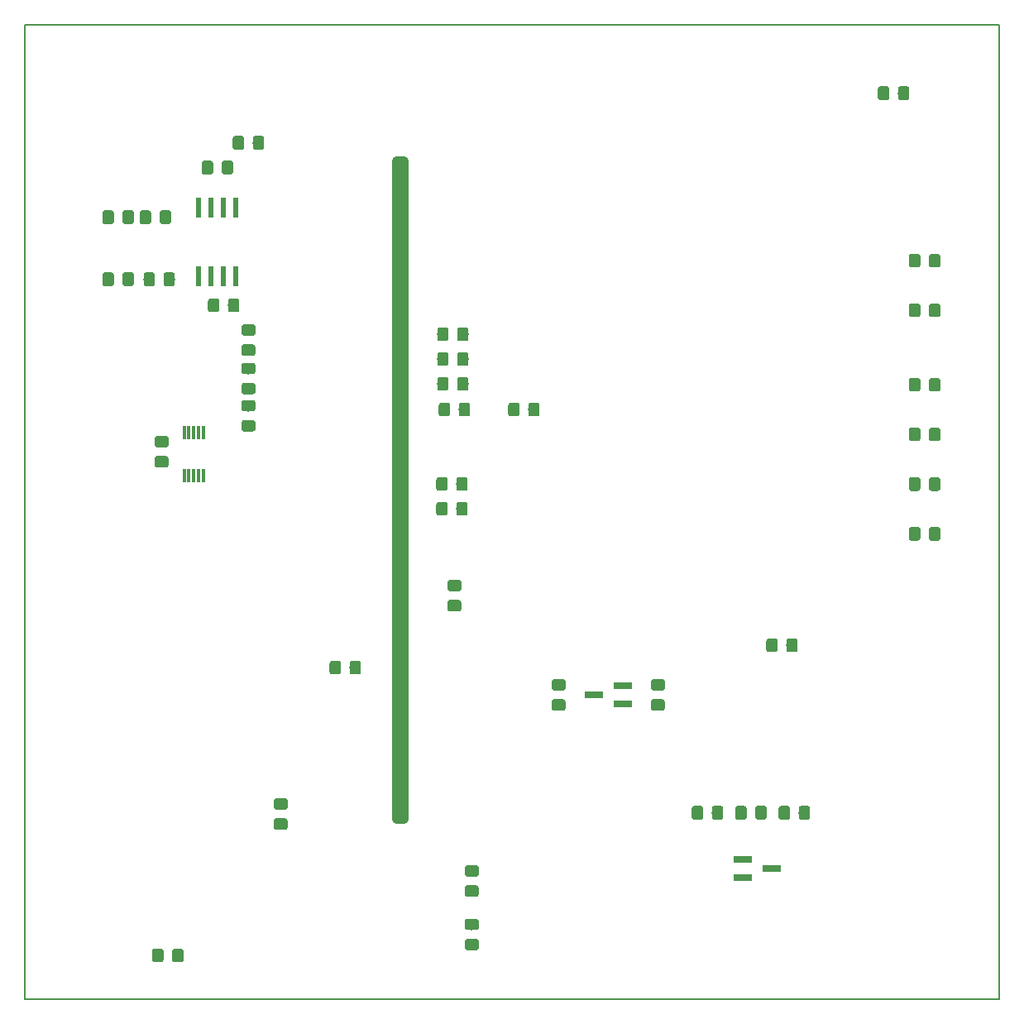
<source format=gbr>
%TF.GenerationSoftware,KiCad,Pcbnew,(5.0.0)*%
%TF.CreationDate,2018-12-31T00:25:57+01:00*%
%TF.ProjectId,Kicad-Midi2CV,4B696361642D4D6964693243562E6B69,rev?*%
%TF.SameCoordinates,Original*%
%TF.FileFunction,Paste,Top*%
%TF.FilePolarity,Positive*%
%FSLAX46Y46*%
G04 Gerber Fmt 4.6, Leading zero omitted, Abs format (unit mm)*
G04 Created by KiCad (PCBNEW (5.0.0)) date 12/31/18 00:25:57*
%MOMM*%
%LPD*%
G01*
G04 APERTURE LIST*
%ADD10C,1.000000*%
%ADD11C,0.150000*%
%ADD12R,0.550000X2.000000*%
%ADD13C,1.150000*%
%ADD14R,1.900000X0.800000*%
%ADD15R,0.300000X1.400000*%
G04 APERTURE END LIST*
D10*
X63500000Y-106680000D02*
X63500000Y-39370000D01*
X64135000Y-106680000D02*
X63500000Y-106680000D01*
X64135000Y-39370000D02*
X64135000Y-106680000D01*
X63500000Y-39370000D02*
X64135000Y-39370000D01*
D11*
X25400000Y-125095000D02*
X25400000Y-25400000D01*
X125095000Y-125095000D02*
X25400000Y-125095000D01*
X125095000Y-25400000D02*
X125095000Y-125095000D01*
X25400000Y-25400000D02*
X125095000Y-25400000D01*
D12*
X46990000Y-51125000D03*
X45720000Y-51125000D03*
X44450000Y-51125000D03*
X43180000Y-51125000D03*
X43180000Y-44125000D03*
X44450000Y-44125000D03*
X45720000Y-44125000D03*
X46990000Y-44125000D03*
D11*
G36*
X69816505Y-82221204D02*
X69840773Y-82224804D01*
X69864572Y-82230765D01*
X69887671Y-82239030D01*
X69909850Y-82249520D01*
X69930893Y-82262132D01*
X69950599Y-82276747D01*
X69968777Y-82293223D01*
X69985253Y-82311401D01*
X69999868Y-82331107D01*
X70012480Y-82352150D01*
X70022970Y-82374329D01*
X70031235Y-82397428D01*
X70037196Y-82421227D01*
X70040796Y-82445495D01*
X70042000Y-82469999D01*
X70042000Y-83120001D01*
X70040796Y-83144505D01*
X70037196Y-83168773D01*
X70031235Y-83192572D01*
X70022970Y-83215671D01*
X70012480Y-83237850D01*
X69999868Y-83258893D01*
X69985253Y-83278599D01*
X69968777Y-83296777D01*
X69950599Y-83313253D01*
X69930893Y-83327868D01*
X69909850Y-83340480D01*
X69887671Y-83350970D01*
X69864572Y-83359235D01*
X69840773Y-83365196D01*
X69816505Y-83368796D01*
X69792001Y-83370000D01*
X68891999Y-83370000D01*
X68867495Y-83368796D01*
X68843227Y-83365196D01*
X68819428Y-83359235D01*
X68796329Y-83350970D01*
X68774150Y-83340480D01*
X68753107Y-83327868D01*
X68733401Y-83313253D01*
X68715223Y-83296777D01*
X68698747Y-83278599D01*
X68684132Y-83258893D01*
X68671520Y-83237850D01*
X68661030Y-83215671D01*
X68652765Y-83192572D01*
X68646804Y-83168773D01*
X68643204Y-83144505D01*
X68642000Y-83120001D01*
X68642000Y-82469999D01*
X68643204Y-82445495D01*
X68646804Y-82421227D01*
X68652765Y-82397428D01*
X68661030Y-82374329D01*
X68671520Y-82352150D01*
X68684132Y-82331107D01*
X68698747Y-82311401D01*
X68715223Y-82293223D01*
X68733401Y-82276747D01*
X68753107Y-82262132D01*
X68774150Y-82249520D01*
X68796329Y-82239030D01*
X68819428Y-82230765D01*
X68843227Y-82224804D01*
X68867495Y-82221204D01*
X68891999Y-82220000D01*
X69792001Y-82220000D01*
X69816505Y-82221204D01*
X69816505Y-82221204D01*
G37*
D13*
X69342000Y-82795000D03*
D11*
G36*
X69816505Y-84271204D02*
X69840773Y-84274804D01*
X69864572Y-84280765D01*
X69887671Y-84289030D01*
X69909850Y-84299520D01*
X69930893Y-84312132D01*
X69950599Y-84326747D01*
X69968777Y-84343223D01*
X69985253Y-84361401D01*
X69999868Y-84381107D01*
X70012480Y-84402150D01*
X70022970Y-84424329D01*
X70031235Y-84447428D01*
X70037196Y-84471227D01*
X70040796Y-84495495D01*
X70042000Y-84519999D01*
X70042000Y-85170001D01*
X70040796Y-85194505D01*
X70037196Y-85218773D01*
X70031235Y-85242572D01*
X70022970Y-85265671D01*
X70012480Y-85287850D01*
X69999868Y-85308893D01*
X69985253Y-85328599D01*
X69968777Y-85346777D01*
X69950599Y-85363253D01*
X69930893Y-85377868D01*
X69909850Y-85390480D01*
X69887671Y-85400970D01*
X69864572Y-85409235D01*
X69840773Y-85415196D01*
X69816505Y-85418796D01*
X69792001Y-85420000D01*
X68891999Y-85420000D01*
X68867495Y-85418796D01*
X68843227Y-85415196D01*
X68819428Y-85409235D01*
X68796329Y-85400970D01*
X68774150Y-85390480D01*
X68753107Y-85377868D01*
X68733401Y-85363253D01*
X68715223Y-85346777D01*
X68698747Y-85328599D01*
X68684132Y-85308893D01*
X68671520Y-85287850D01*
X68661030Y-85265671D01*
X68652765Y-85242572D01*
X68646804Y-85218773D01*
X68643204Y-85194505D01*
X68642000Y-85170001D01*
X68642000Y-84519999D01*
X68643204Y-84495495D01*
X68646804Y-84471227D01*
X68652765Y-84447428D01*
X68661030Y-84424329D01*
X68671520Y-84402150D01*
X68684132Y-84381107D01*
X68698747Y-84361401D01*
X68715223Y-84343223D01*
X68733401Y-84326747D01*
X68753107Y-84312132D01*
X68774150Y-84299520D01*
X68796329Y-84289030D01*
X68819428Y-84280765D01*
X68843227Y-84274804D01*
X68867495Y-84271204D01*
X68891999Y-84270000D01*
X69792001Y-84270000D01*
X69816505Y-84271204D01*
X69816505Y-84271204D01*
G37*
D13*
X69342000Y-84845000D03*
D11*
G36*
X39844505Y-67489204D02*
X39868773Y-67492804D01*
X39892572Y-67498765D01*
X39915671Y-67507030D01*
X39937850Y-67517520D01*
X39958893Y-67530132D01*
X39978599Y-67544747D01*
X39996777Y-67561223D01*
X40013253Y-67579401D01*
X40027868Y-67599107D01*
X40040480Y-67620150D01*
X40050970Y-67642329D01*
X40059235Y-67665428D01*
X40065196Y-67689227D01*
X40068796Y-67713495D01*
X40070000Y-67737999D01*
X40070000Y-68388001D01*
X40068796Y-68412505D01*
X40065196Y-68436773D01*
X40059235Y-68460572D01*
X40050970Y-68483671D01*
X40040480Y-68505850D01*
X40027868Y-68526893D01*
X40013253Y-68546599D01*
X39996777Y-68564777D01*
X39978599Y-68581253D01*
X39958893Y-68595868D01*
X39937850Y-68608480D01*
X39915671Y-68618970D01*
X39892572Y-68627235D01*
X39868773Y-68633196D01*
X39844505Y-68636796D01*
X39820001Y-68638000D01*
X38919999Y-68638000D01*
X38895495Y-68636796D01*
X38871227Y-68633196D01*
X38847428Y-68627235D01*
X38824329Y-68618970D01*
X38802150Y-68608480D01*
X38781107Y-68595868D01*
X38761401Y-68581253D01*
X38743223Y-68564777D01*
X38726747Y-68546599D01*
X38712132Y-68526893D01*
X38699520Y-68505850D01*
X38689030Y-68483671D01*
X38680765Y-68460572D01*
X38674804Y-68436773D01*
X38671204Y-68412505D01*
X38670000Y-68388001D01*
X38670000Y-67737999D01*
X38671204Y-67713495D01*
X38674804Y-67689227D01*
X38680765Y-67665428D01*
X38689030Y-67642329D01*
X38699520Y-67620150D01*
X38712132Y-67599107D01*
X38726747Y-67579401D01*
X38743223Y-67561223D01*
X38761401Y-67544747D01*
X38781107Y-67530132D01*
X38802150Y-67517520D01*
X38824329Y-67507030D01*
X38847428Y-67498765D01*
X38871227Y-67492804D01*
X38895495Y-67489204D01*
X38919999Y-67488000D01*
X39820001Y-67488000D01*
X39844505Y-67489204D01*
X39844505Y-67489204D01*
G37*
D13*
X39370000Y-68063000D03*
D11*
G36*
X39844505Y-69539204D02*
X39868773Y-69542804D01*
X39892572Y-69548765D01*
X39915671Y-69557030D01*
X39937850Y-69567520D01*
X39958893Y-69580132D01*
X39978599Y-69594747D01*
X39996777Y-69611223D01*
X40013253Y-69629401D01*
X40027868Y-69649107D01*
X40040480Y-69670150D01*
X40050970Y-69692329D01*
X40059235Y-69715428D01*
X40065196Y-69739227D01*
X40068796Y-69763495D01*
X40070000Y-69787999D01*
X40070000Y-70438001D01*
X40068796Y-70462505D01*
X40065196Y-70486773D01*
X40059235Y-70510572D01*
X40050970Y-70533671D01*
X40040480Y-70555850D01*
X40027868Y-70576893D01*
X40013253Y-70596599D01*
X39996777Y-70614777D01*
X39978599Y-70631253D01*
X39958893Y-70645868D01*
X39937850Y-70658480D01*
X39915671Y-70668970D01*
X39892572Y-70677235D01*
X39868773Y-70683196D01*
X39844505Y-70686796D01*
X39820001Y-70688000D01*
X38919999Y-70688000D01*
X38895495Y-70686796D01*
X38871227Y-70683196D01*
X38847428Y-70677235D01*
X38824329Y-70668970D01*
X38802150Y-70658480D01*
X38781107Y-70645868D01*
X38761401Y-70631253D01*
X38743223Y-70614777D01*
X38726747Y-70596599D01*
X38712132Y-70576893D01*
X38699520Y-70555850D01*
X38689030Y-70533671D01*
X38680765Y-70510572D01*
X38674804Y-70486773D01*
X38671204Y-70462505D01*
X38670000Y-70438001D01*
X38670000Y-69787999D01*
X38671204Y-69763495D01*
X38674804Y-69739227D01*
X38680765Y-69715428D01*
X38689030Y-69692329D01*
X38699520Y-69670150D01*
X38712132Y-69649107D01*
X38726747Y-69629401D01*
X38743223Y-69611223D01*
X38761401Y-69594747D01*
X38781107Y-69580132D01*
X38802150Y-69567520D01*
X38824329Y-69557030D01*
X38847428Y-69548765D01*
X38871227Y-69542804D01*
X38895495Y-69539204D01*
X38919999Y-69538000D01*
X39820001Y-69538000D01*
X39844505Y-69539204D01*
X39844505Y-69539204D01*
G37*
D13*
X39370000Y-70113000D03*
D11*
G36*
X47094505Y-53403204D02*
X47118773Y-53406804D01*
X47142572Y-53412765D01*
X47165671Y-53421030D01*
X47187850Y-53431520D01*
X47208893Y-53444132D01*
X47228599Y-53458747D01*
X47246777Y-53475223D01*
X47263253Y-53493401D01*
X47277868Y-53513107D01*
X47290480Y-53534150D01*
X47300970Y-53556329D01*
X47309235Y-53579428D01*
X47315196Y-53603227D01*
X47318796Y-53627495D01*
X47320000Y-53651999D01*
X47320000Y-54552001D01*
X47318796Y-54576505D01*
X47315196Y-54600773D01*
X47309235Y-54624572D01*
X47300970Y-54647671D01*
X47290480Y-54669850D01*
X47277868Y-54690893D01*
X47263253Y-54710599D01*
X47246777Y-54728777D01*
X47228599Y-54745253D01*
X47208893Y-54759868D01*
X47187850Y-54772480D01*
X47165671Y-54782970D01*
X47142572Y-54791235D01*
X47118773Y-54797196D01*
X47094505Y-54800796D01*
X47070001Y-54802000D01*
X46419999Y-54802000D01*
X46395495Y-54800796D01*
X46371227Y-54797196D01*
X46347428Y-54791235D01*
X46324329Y-54782970D01*
X46302150Y-54772480D01*
X46281107Y-54759868D01*
X46261401Y-54745253D01*
X46243223Y-54728777D01*
X46226747Y-54710599D01*
X46212132Y-54690893D01*
X46199520Y-54669850D01*
X46189030Y-54647671D01*
X46180765Y-54624572D01*
X46174804Y-54600773D01*
X46171204Y-54576505D01*
X46170000Y-54552001D01*
X46170000Y-53651999D01*
X46171204Y-53627495D01*
X46174804Y-53603227D01*
X46180765Y-53579428D01*
X46189030Y-53556329D01*
X46199520Y-53534150D01*
X46212132Y-53513107D01*
X46226747Y-53493401D01*
X46243223Y-53475223D01*
X46261401Y-53458747D01*
X46281107Y-53444132D01*
X46302150Y-53431520D01*
X46324329Y-53421030D01*
X46347428Y-53412765D01*
X46371227Y-53406804D01*
X46395495Y-53403204D01*
X46419999Y-53402000D01*
X47070001Y-53402000D01*
X47094505Y-53403204D01*
X47094505Y-53403204D01*
G37*
D13*
X46745000Y-54102000D03*
D11*
G36*
X45044505Y-53403204D02*
X45068773Y-53406804D01*
X45092572Y-53412765D01*
X45115671Y-53421030D01*
X45137850Y-53431520D01*
X45158893Y-53444132D01*
X45178599Y-53458747D01*
X45196777Y-53475223D01*
X45213253Y-53493401D01*
X45227868Y-53513107D01*
X45240480Y-53534150D01*
X45250970Y-53556329D01*
X45259235Y-53579428D01*
X45265196Y-53603227D01*
X45268796Y-53627495D01*
X45270000Y-53651999D01*
X45270000Y-54552001D01*
X45268796Y-54576505D01*
X45265196Y-54600773D01*
X45259235Y-54624572D01*
X45250970Y-54647671D01*
X45240480Y-54669850D01*
X45227868Y-54690893D01*
X45213253Y-54710599D01*
X45196777Y-54728777D01*
X45178599Y-54745253D01*
X45158893Y-54759868D01*
X45137850Y-54772480D01*
X45115671Y-54782970D01*
X45092572Y-54791235D01*
X45068773Y-54797196D01*
X45044505Y-54800796D01*
X45020001Y-54802000D01*
X44369999Y-54802000D01*
X44345495Y-54800796D01*
X44321227Y-54797196D01*
X44297428Y-54791235D01*
X44274329Y-54782970D01*
X44252150Y-54772480D01*
X44231107Y-54759868D01*
X44211401Y-54745253D01*
X44193223Y-54728777D01*
X44176747Y-54710599D01*
X44162132Y-54690893D01*
X44149520Y-54669850D01*
X44139030Y-54647671D01*
X44130765Y-54624572D01*
X44124804Y-54600773D01*
X44121204Y-54576505D01*
X44120000Y-54552001D01*
X44120000Y-53651999D01*
X44121204Y-53627495D01*
X44124804Y-53603227D01*
X44130765Y-53579428D01*
X44139030Y-53556329D01*
X44149520Y-53534150D01*
X44162132Y-53513107D01*
X44176747Y-53493401D01*
X44193223Y-53475223D01*
X44211401Y-53458747D01*
X44231107Y-53444132D01*
X44252150Y-53431520D01*
X44274329Y-53421030D01*
X44297428Y-53412765D01*
X44321227Y-53406804D01*
X44345495Y-53403204D01*
X44369999Y-53402000D01*
X45020001Y-53402000D01*
X45044505Y-53403204D01*
X45044505Y-53403204D01*
G37*
D13*
X44695000Y-54102000D03*
D11*
G36*
X46459505Y-39306204D02*
X46483773Y-39309804D01*
X46507572Y-39315765D01*
X46530671Y-39324030D01*
X46552850Y-39334520D01*
X46573893Y-39347132D01*
X46593599Y-39361747D01*
X46611777Y-39378223D01*
X46628253Y-39396401D01*
X46642868Y-39416107D01*
X46655480Y-39437150D01*
X46665970Y-39459329D01*
X46674235Y-39482428D01*
X46680196Y-39506227D01*
X46683796Y-39530495D01*
X46685000Y-39554999D01*
X46685000Y-40455001D01*
X46683796Y-40479505D01*
X46680196Y-40503773D01*
X46674235Y-40527572D01*
X46665970Y-40550671D01*
X46655480Y-40572850D01*
X46642868Y-40593893D01*
X46628253Y-40613599D01*
X46611777Y-40631777D01*
X46593599Y-40648253D01*
X46573893Y-40662868D01*
X46552850Y-40675480D01*
X46530671Y-40685970D01*
X46507572Y-40694235D01*
X46483773Y-40700196D01*
X46459505Y-40703796D01*
X46435001Y-40705000D01*
X45784999Y-40705000D01*
X45760495Y-40703796D01*
X45736227Y-40700196D01*
X45712428Y-40694235D01*
X45689329Y-40685970D01*
X45667150Y-40675480D01*
X45646107Y-40662868D01*
X45626401Y-40648253D01*
X45608223Y-40631777D01*
X45591747Y-40613599D01*
X45577132Y-40593893D01*
X45564520Y-40572850D01*
X45554030Y-40550671D01*
X45545765Y-40527572D01*
X45539804Y-40503773D01*
X45536204Y-40479505D01*
X45535000Y-40455001D01*
X45535000Y-39554999D01*
X45536204Y-39530495D01*
X45539804Y-39506227D01*
X45545765Y-39482428D01*
X45554030Y-39459329D01*
X45564520Y-39437150D01*
X45577132Y-39416107D01*
X45591747Y-39396401D01*
X45608223Y-39378223D01*
X45626401Y-39361747D01*
X45646107Y-39347132D01*
X45667150Y-39334520D01*
X45689329Y-39324030D01*
X45712428Y-39315765D01*
X45736227Y-39309804D01*
X45760495Y-39306204D01*
X45784999Y-39305000D01*
X46435001Y-39305000D01*
X46459505Y-39306204D01*
X46459505Y-39306204D01*
G37*
D13*
X46110000Y-40005000D03*
D11*
G36*
X44409505Y-39306204D02*
X44433773Y-39309804D01*
X44457572Y-39315765D01*
X44480671Y-39324030D01*
X44502850Y-39334520D01*
X44523893Y-39347132D01*
X44543599Y-39361747D01*
X44561777Y-39378223D01*
X44578253Y-39396401D01*
X44592868Y-39416107D01*
X44605480Y-39437150D01*
X44615970Y-39459329D01*
X44624235Y-39482428D01*
X44630196Y-39506227D01*
X44633796Y-39530495D01*
X44635000Y-39554999D01*
X44635000Y-40455001D01*
X44633796Y-40479505D01*
X44630196Y-40503773D01*
X44624235Y-40527572D01*
X44615970Y-40550671D01*
X44605480Y-40572850D01*
X44592868Y-40593893D01*
X44578253Y-40613599D01*
X44561777Y-40631777D01*
X44543599Y-40648253D01*
X44523893Y-40662868D01*
X44502850Y-40675480D01*
X44480671Y-40685970D01*
X44457572Y-40694235D01*
X44433773Y-40700196D01*
X44409505Y-40703796D01*
X44385001Y-40705000D01*
X43734999Y-40705000D01*
X43710495Y-40703796D01*
X43686227Y-40700196D01*
X43662428Y-40694235D01*
X43639329Y-40685970D01*
X43617150Y-40675480D01*
X43596107Y-40662868D01*
X43576401Y-40648253D01*
X43558223Y-40631777D01*
X43541747Y-40613599D01*
X43527132Y-40593893D01*
X43514520Y-40572850D01*
X43504030Y-40550671D01*
X43495765Y-40527572D01*
X43489804Y-40503773D01*
X43486204Y-40479505D01*
X43485000Y-40455001D01*
X43485000Y-39554999D01*
X43486204Y-39530495D01*
X43489804Y-39506227D01*
X43495765Y-39482428D01*
X43504030Y-39459329D01*
X43514520Y-39437150D01*
X43527132Y-39416107D01*
X43541747Y-39396401D01*
X43558223Y-39378223D01*
X43576401Y-39361747D01*
X43596107Y-39347132D01*
X43617150Y-39334520D01*
X43639329Y-39324030D01*
X43662428Y-39315765D01*
X43686227Y-39309804D01*
X43710495Y-39306204D01*
X43734999Y-39305000D01*
X44385001Y-39305000D01*
X44409505Y-39306204D01*
X44409505Y-39306204D01*
G37*
D13*
X44060000Y-40005000D03*
D14*
X98830000Y-110810000D03*
X98830000Y-112710000D03*
X101830000Y-111760000D03*
X83590000Y-93980000D03*
X86590000Y-93030000D03*
X86590000Y-94930000D03*
D11*
G36*
X34249505Y-44386204D02*
X34273773Y-44389804D01*
X34297572Y-44395765D01*
X34320671Y-44404030D01*
X34342850Y-44414520D01*
X34363893Y-44427132D01*
X34383599Y-44441747D01*
X34401777Y-44458223D01*
X34418253Y-44476401D01*
X34432868Y-44496107D01*
X34445480Y-44517150D01*
X34455970Y-44539329D01*
X34464235Y-44562428D01*
X34470196Y-44586227D01*
X34473796Y-44610495D01*
X34475000Y-44634999D01*
X34475000Y-45535001D01*
X34473796Y-45559505D01*
X34470196Y-45583773D01*
X34464235Y-45607572D01*
X34455970Y-45630671D01*
X34445480Y-45652850D01*
X34432868Y-45673893D01*
X34418253Y-45693599D01*
X34401777Y-45711777D01*
X34383599Y-45728253D01*
X34363893Y-45742868D01*
X34342850Y-45755480D01*
X34320671Y-45765970D01*
X34297572Y-45774235D01*
X34273773Y-45780196D01*
X34249505Y-45783796D01*
X34225001Y-45785000D01*
X33574999Y-45785000D01*
X33550495Y-45783796D01*
X33526227Y-45780196D01*
X33502428Y-45774235D01*
X33479329Y-45765970D01*
X33457150Y-45755480D01*
X33436107Y-45742868D01*
X33416401Y-45728253D01*
X33398223Y-45711777D01*
X33381747Y-45693599D01*
X33367132Y-45673893D01*
X33354520Y-45652850D01*
X33344030Y-45630671D01*
X33335765Y-45607572D01*
X33329804Y-45583773D01*
X33326204Y-45559505D01*
X33325000Y-45535001D01*
X33325000Y-44634999D01*
X33326204Y-44610495D01*
X33329804Y-44586227D01*
X33335765Y-44562428D01*
X33344030Y-44539329D01*
X33354520Y-44517150D01*
X33367132Y-44496107D01*
X33381747Y-44476401D01*
X33398223Y-44458223D01*
X33416401Y-44441747D01*
X33436107Y-44427132D01*
X33457150Y-44414520D01*
X33479329Y-44404030D01*
X33502428Y-44395765D01*
X33526227Y-44389804D01*
X33550495Y-44386204D01*
X33574999Y-44385000D01*
X34225001Y-44385000D01*
X34249505Y-44386204D01*
X34249505Y-44386204D01*
G37*
D13*
X33900000Y-45085000D03*
D11*
G36*
X36299505Y-44386204D02*
X36323773Y-44389804D01*
X36347572Y-44395765D01*
X36370671Y-44404030D01*
X36392850Y-44414520D01*
X36413893Y-44427132D01*
X36433599Y-44441747D01*
X36451777Y-44458223D01*
X36468253Y-44476401D01*
X36482868Y-44496107D01*
X36495480Y-44517150D01*
X36505970Y-44539329D01*
X36514235Y-44562428D01*
X36520196Y-44586227D01*
X36523796Y-44610495D01*
X36525000Y-44634999D01*
X36525000Y-45535001D01*
X36523796Y-45559505D01*
X36520196Y-45583773D01*
X36514235Y-45607572D01*
X36505970Y-45630671D01*
X36495480Y-45652850D01*
X36482868Y-45673893D01*
X36468253Y-45693599D01*
X36451777Y-45711777D01*
X36433599Y-45728253D01*
X36413893Y-45742868D01*
X36392850Y-45755480D01*
X36370671Y-45765970D01*
X36347572Y-45774235D01*
X36323773Y-45780196D01*
X36299505Y-45783796D01*
X36275001Y-45785000D01*
X35624999Y-45785000D01*
X35600495Y-45783796D01*
X35576227Y-45780196D01*
X35552428Y-45774235D01*
X35529329Y-45765970D01*
X35507150Y-45755480D01*
X35486107Y-45742868D01*
X35466401Y-45728253D01*
X35448223Y-45711777D01*
X35431747Y-45693599D01*
X35417132Y-45673893D01*
X35404520Y-45652850D01*
X35394030Y-45630671D01*
X35385765Y-45607572D01*
X35379804Y-45583773D01*
X35376204Y-45559505D01*
X35375000Y-45535001D01*
X35375000Y-44634999D01*
X35376204Y-44610495D01*
X35379804Y-44586227D01*
X35385765Y-44562428D01*
X35394030Y-44539329D01*
X35404520Y-44517150D01*
X35417132Y-44496107D01*
X35431747Y-44476401D01*
X35448223Y-44458223D01*
X35466401Y-44441747D01*
X35486107Y-44427132D01*
X35507150Y-44414520D01*
X35529329Y-44404030D01*
X35552428Y-44395765D01*
X35576227Y-44389804D01*
X35600495Y-44386204D01*
X35624999Y-44385000D01*
X36275001Y-44385000D01*
X36299505Y-44386204D01*
X36299505Y-44386204D01*
G37*
D13*
X35950000Y-45085000D03*
D11*
G36*
X36299505Y-50736204D02*
X36323773Y-50739804D01*
X36347572Y-50745765D01*
X36370671Y-50754030D01*
X36392850Y-50764520D01*
X36413893Y-50777132D01*
X36433599Y-50791747D01*
X36451777Y-50808223D01*
X36468253Y-50826401D01*
X36482868Y-50846107D01*
X36495480Y-50867150D01*
X36505970Y-50889329D01*
X36514235Y-50912428D01*
X36520196Y-50936227D01*
X36523796Y-50960495D01*
X36525000Y-50984999D01*
X36525000Y-51885001D01*
X36523796Y-51909505D01*
X36520196Y-51933773D01*
X36514235Y-51957572D01*
X36505970Y-51980671D01*
X36495480Y-52002850D01*
X36482868Y-52023893D01*
X36468253Y-52043599D01*
X36451777Y-52061777D01*
X36433599Y-52078253D01*
X36413893Y-52092868D01*
X36392850Y-52105480D01*
X36370671Y-52115970D01*
X36347572Y-52124235D01*
X36323773Y-52130196D01*
X36299505Y-52133796D01*
X36275001Y-52135000D01*
X35624999Y-52135000D01*
X35600495Y-52133796D01*
X35576227Y-52130196D01*
X35552428Y-52124235D01*
X35529329Y-52115970D01*
X35507150Y-52105480D01*
X35486107Y-52092868D01*
X35466401Y-52078253D01*
X35448223Y-52061777D01*
X35431747Y-52043599D01*
X35417132Y-52023893D01*
X35404520Y-52002850D01*
X35394030Y-51980671D01*
X35385765Y-51957572D01*
X35379804Y-51933773D01*
X35376204Y-51909505D01*
X35375000Y-51885001D01*
X35375000Y-50984999D01*
X35376204Y-50960495D01*
X35379804Y-50936227D01*
X35385765Y-50912428D01*
X35394030Y-50889329D01*
X35404520Y-50867150D01*
X35417132Y-50846107D01*
X35431747Y-50826401D01*
X35448223Y-50808223D01*
X35466401Y-50791747D01*
X35486107Y-50777132D01*
X35507150Y-50764520D01*
X35529329Y-50754030D01*
X35552428Y-50745765D01*
X35576227Y-50739804D01*
X35600495Y-50736204D01*
X35624999Y-50735000D01*
X36275001Y-50735000D01*
X36299505Y-50736204D01*
X36299505Y-50736204D01*
G37*
D13*
X35950000Y-51435000D03*
D11*
G36*
X34249505Y-50736204D02*
X34273773Y-50739804D01*
X34297572Y-50745765D01*
X34320671Y-50754030D01*
X34342850Y-50764520D01*
X34363893Y-50777132D01*
X34383599Y-50791747D01*
X34401777Y-50808223D01*
X34418253Y-50826401D01*
X34432868Y-50846107D01*
X34445480Y-50867150D01*
X34455970Y-50889329D01*
X34464235Y-50912428D01*
X34470196Y-50936227D01*
X34473796Y-50960495D01*
X34475000Y-50984999D01*
X34475000Y-51885001D01*
X34473796Y-51909505D01*
X34470196Y-51933773D01*
X34464235Y-51957572D01*
X34455970Y-51980671D01*
X34445480Y-52002850D01*
X34432868Y-52023893D01*
X34418253Y-52043599D01*
X34401777Y-52061777D01*
X34383599Y-52078253D01*
X34363893Y-52092868D01*
X34342850Y-52105480D01*
X34320671Y-52115970D01*
X34297572Y-52124235D01*
X34273773Y-52130196D01*
X34249505Y-52133796D01*
X34225001Y-52135000D01*
X33574999Y-52135000D01*
X33550495Y-52133796D01*
X33526227Y-52130196D01*
X33502428Y-52124235D01*
X33479329Y-52115970D01*
X33457150Y-52105480D01*
X33436107Y-52092868D01*
X33416401Y-52078253D01*
X33398223Y-52061777D01*
X33381747Y-52043599D01*
X33367132Y-52023893D01*
X33354520Y-52002850D01*
X33344030Y-51980671D01*
X33335765Y-51957572D01*
X33329804Y-51933773D01*
X33326204Y-51909505D01*
X33325000Y-51885001D01*
X33325000Y-50984999D01*
X33326204Y-50960495D01*
X33329804Y-50936227D01*
X33335765Y-50912428D01*
X33344030Y-50889329D01*
X33354520Y-50867150D01*
X33367132Y-50846107D01*
X33381747Y-50826401D01*
X33398223Y-50808223D01*
X33416401Y-50791747D01*
X33436107Y-50777132D01*
X33457150Y-50764520D01*
X33479329Y-50754030D01*
X33502428Y-50745765D01*
X33526227Y-50739804D01*
X33550495Y-50736204D01*
X33574999Y-50735000D01*
X34225001Y-50735000D01*
X34249505Y-50736204D01*
X34249505Y-50736204D01*
G37*
D13*
X33900000Y-51435000D03*
D11*
G36*
X71594505Y-111431204D02*
X71618773Y-111434804D01*
X71642572Y-111440765D01*
X71665671Y-111449030D01*
X71687850Y-111459520D01*
X71708893Y-111472132D01*
X71728599Y-111486747D01*
X71746777Y-111503223D01*
X71763253Y-111521401D01*
X71777868Y-111541107D01*
X71790480Y-111562150D01*
X71800970Y-111584329D01*
X71809235Y-111607428D01*
X71815196Y-111631227D01*
X71818796Y-111655495D01*
X71820000Y-111679999D01*
X71820000Y-112330001D01*
X71818796Y-112354505D01*
X71815196Y-112378773D01*
X71809235Y-112402572D01*
X71800970Y-112425671D01*
X71790480Y-112447850D01*
X71777868Y-112468893D01*
X71763253Y-112488599D01*
X71746777Y-112506777D01*
X71728599Y-112523253D01*
X71708893Y-112537868D01*
X71687850Y-112550480D01*
X71665671Y-112560970D01*
X71642572Y-112569235D01*
X71618773Y-112575196D01*
X71594505Y-112578796D01*
X71570001Y-112580000D01*
X70669999Y-112580000D01*
X70645495Y-112578796D01*
X70621227Y-112575196D01*
X70597428Y-112569235D01*
X70574329Y-112560970D01*
X70552150Y-112550480D01*
X70531107Y-112537868D01*
X70511401Y-112523253D01*
X70493223Y-112506777D01*
X70476747Y-112488599D01*
X70462132Y-112468893D01*
X70449520Y-112447850D01*
X70439030Y-112425671D01*
X70430765Y-112402572D01*
X70424804Y-112378773D01*
X70421204Y-112354505D01*
X70420000Y-112330001D01*
X70420000Y-111679999D01*
X70421204Y-111655495D01*
X70424804Y-111631227D01*
X70430765Y-111607428D01*
X70439030Y-111584329D01*
X70449520Y-111562150D01*
X70462132Y-111541107D01*
X70476747Y-111521401D01*
X70493223Y-111503223D01*
X70511401Y-111486747D01*
X70531107Y-111472132D01*
X70552150Y-111459520D01*
X70574329Y-111449030D01*
X70597428Y-111440765D01*
X70621227Y-111434804D01*
X70645495Y-111431204D01*
X70669999Y-111430000D01*
X71570001Y-111430000D01*
X71594505Y-111431204D01*
X71594505Y-111431204D01*
G37*
D13*
X71120000Y-112005000D03*
D11*
G36*
X71594505Y-113481204D02*
X71618773Y-113484804D01*
X71642572Y-113490765D01*
X71665671Y-113499030D01*
X71687850Y-113509520D01*
X71708893Y-113522132D01*
X71728599Y-113536747D01*
X71746777Y-113553223D01*
X71763253Y-113571401D01*
X71777868Y-113591107D01*
X71790480Y-113612150D01*
X71800970Y-113634329D01*
X71809235Y-113657428D01*
X71815196Y-113681227D01*
X71818796Y-113705495D01*
X71820000Y-113729999D01*
X71820000Y-114380001D01*
X71818796Y-114404505D01*
X71815196Y-114428773D01*
X71809235Y-114452572D01*
X71800970Y-114475671D01*
X71790480Y-114497850D01*
X71777868Y-114518893D01*
X71763253Y-114538599D01*
X71746777Y-114556777D01*
X71728599Y-114573253D01*
X71708893Y-114587868D01*
X71687850Y-114600480D01*
X71665671Y-114610970D01*
X71642572Y-114619235D01*
X71618773Y-114625196D01*
X71594505Y-114628796D01*
X71570001Y-114630000D01*
X70669999Y-114630000D01*
X70645495Y-114628796D01*
X70621227Y-114625196D01*
X70597428Y-114619235D01*
X70574329Y-114610970D01*
X70552150Y-114600480D01*
X70531107Y-114587868D01*
X70511401Y-114573253D01*
X70493223Y-114556777D01*
X70476747Y-114538599D01*
X70462132Y-114518893D01*
X70449520Y-114497850D01*
X70439030Y-114475671D01*
X70430765Y-114452572D01*
X70424804Y-114428773D01*
X70421204Y-114404505D01*
X70420000Y-114380001D01*
X70420000Y-113729999D01*
X70421204Y-113705495D01*
X70424804Y-113681227D01*
X70430765Y-113657428D01*
X70439030Y-113634329D01*
X70449520Y-113612150D01*
X70462132Y-113591107D01*
X70476747Y-113571401D01*
X70493223Y-113553223D01*
X70511401Y-113536747D01*
X70531107Y-113522132D01*
X70552150Y-113509520D01*
X70574329Y-113499030D01*
X70597428Y-113490765D01*
X70621227Y-113484804D01*
X70645495Y-113481204D01*
X70669999Y-113480000D01*
X71570001Y-113480000D01*
X71594505Y-113481204D01*
X71594505Y-113481204D01*
G37*
D13*
X71120000Y-114055000D03*
D11*
G36*
X40109505Y-44386204D02*
X40133773Y-44389804D01*
X40157572Y-44395765D01*
X40180671Y-44404030D01*
X40202850Y-44414520D01*
X40223893Y-44427132D01*
X40243599Y-44441747D01*
X40261777Y-44458223D01*
X40278253Y-44476401D01*
X40292868Y-44496107D01*
X40305480Y-44517150D01*
X40315970Y-44539329D01*
X40324235Y-44562428D01*
X40330196Y-44586227D01*
X40333796Y-44610495D01*
X40335000Y-44634999D01*
X40335000Y-45535001D01*
X40333796Y-45559505D01*
X40330196Y-45583773D01*
X40324235Y-45607572D01*
X40315970Y-45630671D01*
X40305480Y-45652850D01*
X40292868Y-45673893D01*
X40278253Y-45693599D01*
X40261777Y-45711777D01*
X40243599Y-45728253D01*
X40223893Y-45742868D01*
X40202850Y-45755480D01*
X40180671Y-45765970D01*
X40157572Y-45774235D01*
X40133773Y-45780196D01*
X40109505Y-45783796D01*
X40085001Y-45785000D01*
X39434999Y-45785000D01*
X39410495Y-45783796D01*
X39386227Y-45780196D01*
X39362428Y-45774235D01*
X39339329Y-45765970D01*
X39317150Y-45755480D01*
X39296107Y-45742868D01*
X39276401Y-45728253D01*
X39258223Y-45711777D01*
X39241747Y-45693599D01*
X39227132Y-45673893D01*
X39214520Y-45652850D01*
X39204030Y-45630671D01*
X39195765Y-45607572D01*
X39189804Y-45583773D01*
X39186204Y-45559505D01*
X39185000Y-45535001D01*
X39185000Y-44634999D01*
X39186204Y-44610495D01*
X39189804Y-44586227D01*
X39195765Y-44562428D01*
X39204030Y-44539329D01*
X39214520Y-44517150D01*
X39227132Y-44496107D01*
X39241747Y-44476401D01*
X39258223Y-44458223D01*
X39276401Y-44441747D01*
X39296107Y-44427132D01*
X39317150Y-44414520D01*
X39339329Y-44404030D01*
X39362428Y-44395765D01*
X39386227Y-44389804D01*
X39410495Y-44386204D01*
X39434999Y-44385000D01*
X40085001Y-44385000D01*
X40109505Y-44386204D01*
X40109505Y-44386204D01*
G37*
D13*
X39760000Y-45085000D03*
D11*
G36*
X38059505Y-44386204D02*
X38083773Y-44389804D01*
X38107572Y-44395765D01*
X38130671Y-44404030D01*
X38152850Y-44414520D01*
X38173893Y-44427132D01*
X38193599Y-44441747D01*
X38211777Y-44458223D01*
X38228253Y-44476401D01*
X38242868Y-44496107D01*
X38255480Y-44517150D01*
X38265970Y-44539329D01*
X38274235Y-44562428D01*
X38280196Y-44586227D01*
X38283796Y-44610495D01*
X38285000Y-44634999D01*
X38285000Y-45535001D01*
X38283796Y-45559505D01*
X38280196Y-45583773D01*
X38274235Y-45607572D01*
X38265970Y-45630671D01*
X38255480Y-45652850D01*
X38242868Y-45673893D01*
X38228253Y-45693599D01*
X38211777Y-45711777D01*
X38193599Y-45728253D01*
X38173893Y-45742868D01*
X38152850Y-45755480D01*
X38130671Y-45765970D01*
X38107572Y-45774235D01*
X38083773Y-45780196D01*
X38059505Y-45783796D01*
X38035001Y-45785000D01*
X37384999Y-45785000D01*
X37360495Y-45783796D01*
X37336227Y-45780196D01*
X37312428Y-45774235D01*
X37289329Y-45765970D01*
X37267150Y-45755480D01*
X37246107Y-45742868D01*
X37226401Y-45728253D01*
X37208223Y-45711777D01*
X37191747Y-45693599D01*
X37177132Y-45673893D01*
X37164520Y-45652850D01*
X37154030Y-45630671D01*
X37145765Y-45607572D01*
X37139804Y-45583773D01*
X37136204Y-45559505D01*
X37135000Y-45535001D01*
X37135000Y-44634999D01*
X37136204Y-44610495D01*
X37139804Y-44586227D01*
X37145765Y-44562428D01*
X37154030Y-44539329D01*
X37164520Y-44517150D01*
X37177132Y-44496107D01*
X37191747Y-44476401D01*
X37208223Y-44458223D01*
X37226401Y-44441747D01*
X37246107Y-44427132D01*
X37267150Y-44414520D01*
X37289329Y-44404030D01*
X37312428Y-44395765D01*
X37336227Y-44389804D01*
X37360495Y-44386204D01*
X37384999Y-44385000D01*
X38035001Y-44385000D01*
X38059505Y-44386204D01*
X38059505Y-44386204D01*
G37*
D13*
X37710000Y-45085000D03*
D11*
G36*
X38449505Y-50736204D02*
X38473773Y-50739804D01*
X38497572Y-50745765D01*
X38520671Y-50754030D01*
X38542850Y-50764520D01*
X38563893Y-50777132D01*
X38583599Y-50791747D01*
X38601777Y-50808223D01*
X38618253Y-50826401D01*
X38632868Y-50846107D01*
X38645480Y-50867150D01*
X38655970Y-50889329D01*
X38664235Y-50912428D01*
X38670196Y-50936227D01*
X38673796Y-50960495D01*
X38675000Y-50984999D01*
X38675000Y-51885001D01*
X38673796Y-51909505D01*
X38670196Y-51933773D01*
X38664235Y-51957572D01*
X38655970Y-51980671D01*
X38645480Y-52002850D01*
X38632868Y-52023893D01*
X38618253Y-52043599D01*
X38601777Y-52061777D01*
X38583599Y-52078253D01*
X38563893Y-52092868D01*
X38542850Y-52105480D01*
X38520671Y-52115970D01*
X38497572Y-52124235D01*
X38473773Y-52130196D01*
X38449505Y-52133796D01*
X38425001Y-52135000D01*
X37774999Y-52135000D01*
X37750495Y-52133796D01*
X37726227Y-52130196D01*
X37702428Y-52124235D01*
X37679329Y-52115970D01*
X37657150Y-52105480D01*
X37636107Y-52092868D01*
X37616401Y-52078253D01*
X37598223Y-52061777D01*
X37581747Y-52043599D01*
X37567132Y-52023893D01*
X37554520Y-52002850D01*
X37544030Y-51980671D01*
X37535765Y-51957572D01*
X37529804Y-51933773D01*
X37526204Y-51909505D01*
X37525000Y-51885001D01*
X37525000Y-50984999D01*
X37526204Y-50960495D01*
X37529804Y-50936227D01*
X37535765Y-50912428D01*
X37544030Y-50889329D01*
X37554520Y-50867150D01*
X37567132Y-50846107D01*
X37581747Y-50826401D01*
X37598223Y-50808223D01*
X37616401Y-50791747D01*
X37636107Y-50777132D01*
X37657150Y-50764520D01*
X37679329Y-50754030D01*
X37702428Y-50745765D01*
X37726227Y-50739804D01*
X37750495Y-50736204D01*
X37774999Y-50735000D01*
X38425001Y-50735000D01*
X38449505Y-50736204D01*
X38449505Y-50736204D01*
G37*
D13*
X38100000Y-51435000D03*
D11*
G36*
X40499505Y-50736204D02*
X40523773Y-50739804D01*
X40547572Y-50745765D01*
X40570671Y-50754030D01*
X40592850Y-50764520D01*
X40613893Y-50777132D01*
X40633599Y-50791747D01*
X40651777Y-50808223D01*
X40668253Y-50826401D01*
X40682868Y-50846107D01*
X40695480Y-50867150D01*
X40705970Y-50889329D01*
X40714235Y-50912428D01*
X40720196Y-50936227D01*
X40723796Y-50960495D01*
X40725000Y-50984999D01*
X40725000Y-51885001D01*
X40723796Y-51909505D01*
X40720196Y-51933773D01*
X40714235Y-51957572D01*
X40705970Y-51980671D01*
X40695480Y-52002850D01*
X40682868Y-52023893D01*
X40668253Y-52043599D01*
X40651777Y-52061777D01*
X40633599Y-52078253D01*
X40613893Y-52092868D01*
X40592850Y-52105480D01*
X40570671Y-52115970D01*
X40547572Y-52124235D01*
X40523773Y-52130196D01*
X40499505Y-52133796D01*
X40475001Y-52135000D01*
X39824999Y-52135000D01*
X39800495Y-52133796D01*
X39776227Y-52130196D01*
X39752428Y-52124235D01*
X39729329Y-52115970D01*
X39707150Y-52105480D01*
X39686107Y-52092868D01*
X39666401Y-52078253D01*
X39648223Y-52061777D01*
X39631747Y-52043599D01*
X39617132Y-52023893D01*
X39604520Y-52002850D01*
X39594030Y-51980671D01*
X39585765Y-51957572D01*
X39579804Y-51933773D01*
X39576204Y-51909505D01*
X39575000Y-51885001D01*
X39575000Y-50984999D01*
X39576204Y-50960495D01*
X39579804Y-50936227D01*
X39585765Y-50912428D01*
X39594030Y-50889329D01*
X39604520Y-50867150D01*
X39617132Y-50846107D01*
X39631747Y-50826401D01*
X39648223Y-50808223D01*
X39666401Y-50791747D01*
X39686107Y-50777132D01*
X39707150Y-50764520D01*
X39729329Y-50754030D01*
X39752428Y-50745765D01*
X39776227Y-50739804D01*
X39800495Y-50736204D01*
X39824999Y-50735000D01*
X40475001Y-50735000D01*
X40499505Y-50736204D01*
X40499505Y-50736204D01*
G37*
D13*
X40150000Y-51435000D03*
D11*
G36*
X101069505Y-105346204D02*
X101093773Y-105349804D01*
X101117572Y-105355765D01*
X101140671Y-105364030D01*
X101162850Y-105374520D01*
X101183893Y-105387132D01*
X101203599Y-105401747D01*
X101221777Y-105418223D01*
X101238253Y-105436401D01*
X101252868Y-105456107D01*
X101265480Y-105477150D01*
X101275970Y-105499329D01*
X101284235Y-105522428D01*
X101290196Y-105546227D01*
X101293796Y-105570495D01*
X101295000Y-105594999D01*
X101295000Y-106495001D01*
X101293796Y-106519505D01*
X101290196Y-106543773D01*
X101284235Y-106567572D01*
X101275970Y-106590671D01*
X101265480Y-106612850D01*
X101252868Y-106633893D01*
X101238253Y-106653599D01*
X101221777Y-106671777D01*
X101203599Y-106688253D01*
X101183893Y-106702868D01*
X101162850Y-106715480D01*
X101140671Y-106725970D01*
X101117572Y-106734235D01*
X101093773Y-106740196D01*
X101069505Y-106743796D01*
X101045001Y-106745000D01*
X100394999Y-106745000D01*
X100370495Y-106743796D01*
X100346227Y-106740196D01*
X100322428Y-106734235D01*
X100299329Y-106725970D01*
X100277150Y-106715480D01*
X100256107Y-106702868D01*
X100236401Y-106688253D01*
X100218223Y-106671777D01*
X100201747Y-106653599D01*
X100187132Y-106633893D01*
X100174520Y-106612850D01*
X100164030Y-106590671D01*
X100155765Y-106567572D01*
X100149804Y-106543773D01*
X100146204Y-106519505D01*
X100145000Y-106495001D01*
X100145000Y-105594999D01*
X100146204Y-105570495D01*
X100149804Y-105546227D01*
X100155765Y-105522428D01*
X100164030Y-105499329D01*
X100174520Y-105477150D01*
X100187132Y-105456107D01*
X100201747Y-105436401D01*
X100218223Y-105418223D01*
X100236401Y-105401747D01*
X100256107Y-105387132D01*
X100277150Y-105374520D01*
X100299329Y-105364030D01*
X100322428Y-105355765D01*
X100346227Y-105349804D01*
X100370495Y-105346204D01*
X100394999Y-105345000D01*
X101045001Y-105345000D01*
X101069505Y-105346204D01*
X101069505Y-105346204D01*
G37*
D13*
X100720000Y-106045000D03*
D11*
G36*
X99019505Y-105346204D02*
X99043773Y-105349804D01*
X99067572Y-105355765D01*
X99090671Y-105364030D01*
X99112850Y-105374520D01*
X99133893Y-105387132D01*
X99153599Y-105401747D01*
X99171777Y-105418223D01*
X99188253Y-105436401D01*
X99202868Y-105456107D01*
X99215480Y-105477150D01*
X99225970Y-105499329D01*
X99234235Y-105522428D01*
X99240196Y-105546227D01*
X99243796Y-105570495D01*
X99245000Y-105594999D01*
X99245000Y-106495001D01*
X99243796Y-106519505D01*
X99240196Y-106543773D01*
X99234235Y-106567572D01*
X99225970Y-106590671D01*
X99215480Y-106612850D01*
X99202868Y-106633893D01*
X99188253Y-106653599D01*
X99171777Y-106671777D01*
X99153599Y-106688253D01*
X99133893Y-106702868D01*
X99112850Y-106715480D01*
X99090671Y-106725970D01*
X99067572Y-106734235D01*
X99043773Y-106740196D01*
X99019505Y-106743796D01*
X98995001Y-106745000D01*
X98344999Y-106745000D01*
X98320495Y-106743796D01*
X98296227Y-106740196D01*
X98272428Y-106734235D01*
X98249329Y-106725970D01*
X98227150Y-106715480D01*
X98206107Y-106702868D01*
X98186401Y-106688253D01*
X98168223Y-106671777D01*
X98151747Y-106653599D01*
X98137132Y-106633893D01*
X98124520Y-106612850D01*
X98114030Y-106590671D01*
X98105765Y-106567572D01*
X98099804Y-106543773D01*
X98096204Y-106519505D01*
X98095000Y-106495001D01*
X98095000Y-105594999D01*
X98096204Y-105570495D01*
X98099804Y-105546227D01*
X98105765Y-105522428D01*
X98114030Y-105499329D01*
X98124520Y-105477150D01*
X98137132Y-105456107D01*
X98151747Y-105436401D01*
X98168223Y-105418223D01*
X98186401Y-105401747D01*
X98206107Y-105387132D01*
X98227150Y-105374520D01*
X98249329Y-105364030D01*
X98272428Y-105355765D01*
X98296227Y-105349804D01*
X98320495Y-105346204D01*
X98344999Y-105345000D01*
X98995001Y-105345000D01*
X99019505Y-105346204D01*
X99019505Y-105346204D01*
G37*
D13*
X98670000Y-106045000D03*
D11*
G36*
X105514505Y-105346204D02*
X105538773Y-105349804D01*
X105562572Y-105355765D01*
X105585671Y-105364030D01*
X105607850Y-105374520D01*
X105628893Y-105387132D01*
X105648599Y-105401747D01*
X105666777Y-105418223D01*
X105683253Y-105436401D01*
X105697868Y-105456107D01*
X105710480Y-105477150D01*
X105720970Y-105499329D01*
X105729235Y-105522428D01*
X105735196Y-105546227D01*
X105738796Y-105570495D01*
X105740000Y-105594999D01*
X105740000Y-106495001D01*
X105738796Y-106519505D01*
X105735196Y-106543773D01*
X105729235Y-106567572D01*
X105720970Y-106590671D01*
X105710480Y-106612850D01*
X105697868Y-106633893D01*
X105683253Y-106653599D01*
X105666777Y-106671777D01*
X105648599Y-106688253D01*
X105628893Y-106702868D01*
X105607850Y-106715480D01*
X105585671Y-106725970D01*
X105562572Y-106734235D01*
X105538773Y-106740196D01*
X105514505Y-106743796D01*
X105490001Y-106745000D01*
X104839999Y-106745000D01*
X104815495Y-106743796D01*
X104791227Y-106740196D01*
X104767428Y-106734235D01*
X104744329Y-106725970D01*
X104722150Y-106715480D01*
X104701107Y-106702868D01*
X104681401Y-106688253D01*
X104663223Y-106671777D01*
X104646747Y-106653599D01*
X104632132Y-106633893D01*
X104619520Y-106612850D01*
X104609030Y-106590671D01*
X104600765Y-106567572D01*
X104594804Y-106543773D01*
X104591204Y-106519505D01*
X104590000Y-106495001D01*
X104590000Y-105594999D01*
X104591204Y-105570495D01*
X104594804Y-105546227D01*
X104600765Y-105522428D01*
X104609030Y-105499329D01*
X104619520Y-105477150D01*
X104632132Y-105456107D01*
X104646747Y-105436401D01*
X104663223Y-105418223D01*
X104681401Y-105401747D01*
X104701107Y-105387132D01*
X104722150Y-105374520D01*
X104744329Y-105364030D01*
X104767428Y-105355765D01*
X104791227Y-105349804D01*
X104815495Y-105346204D01*
X104839999Y-105345000D01*
X105490001Y-105345000D01*
X105514505Y-105346204D01*
X105514505Y-105346204D01*
G37*
D13*
X105165000Y-106045000D03*
D11*
G36*
X103464505Y-105346204D02*
X103488773Y-105349804D01*
X103512572Y-105355765D01*
X103535671Y-105364030D01*
X103557850Y-105374520D01*
X103578893Y-105387132D01*
X103598599Y-105401747D01*
X103616777Y-105418223D01*
X103633253Y-105436401D01*
X103647868Y-105456107D01*
X103660480Y-105477150D01*
X103670970Y-105499329D01*
X103679235Y-105522428D01*
X103685196Y-105546227D01*
X103688796Y-105570495D01*
X103690000Y-105594999D01*
X103690000Y-106495001D01*
X103688796Y-106519505D01*
X103685196Y-106543773D01*
X103679235Y-106567572D01*
X103670970Y-106590671D01*
X103660480Y-106612850D01*
X103647868Y-106633893D01*
X103633253Y-106653599D01*
X103616777Y-106671777D01*
X103598599Y-106688253D01*
X103578893Y-106702868D01*
X103557850Y-106715480D01*
X103535671Y-106725970D01*
X103512572Y-106734235D01*
X103488773Y-106740196D01*
X103464505Y-106743796D01*
X103440001Y-106745000D01*
X102789999Y-106745000D01*
X102765495Y-106743796D01*
X102741227Y-106740196D01*
X102717428Y-106734235D01*
X102694329Y-106725970D01*
X102672150Y-106715480D01*
X102651107Y-106702868D01*
X102631401Y-106688253D01*
X102613223Y-106671777D01*
X102596747Y-106653599D01*
X102582132Y-106633893D01*
X102569520Y-106612850D01*
X102559030Y-106590671D01*
X102550765Y-106567572D01*
X102544804Y-106543773D01*
X102541204Y-106519505D01*
X102540000Y-106495001D01*
X102540000Y-105594999D01*
X102541204Y-105570495D01*
X102544804Y-105546227D01*
X102550765Y-105522428D01*
X102559030Y-105499329D01*
X102569520Y-105477150D01*
X102582132Y-105456107D01*
X102596747Y-105436401D01*
X102613223Y-105418223D01*
X102631401Y-105401747D01*
X102651107Y-105387132D01*
X102672150Y-105374520D01*
X102694329Y-105364030D01*
X102717428Y-105355765D01*
X102741227Y-105349804D01*
X102765495Y-105346204D01*
X102789999Y-105345000D01*
X103440001Y-105345000D01*
X103464505Y-105346204D01*
X103464505Y-105346204D01*
G37*
D13*
X103115000Y-106045000D03*
D11*
G36*
X41379505Y-119951204D02*
X41403773Y-119954804D01*
X41427572Y-119960765D01*
X41450671Y-119969030D01*
X41472850Y-119979520D01*
X41493893Y-119992132D01*
X41513599Y-120006747D01*
X41531777Y-120023223D01*
X41548253Y-120041401D01*
X41562868Y-120061107D01*
X41575480Y-120082150D01*
X41585970Y-120104329D01*
X41594235Y-120127428D01*
X41600196Y-120151227D01*
X41603796Y-120175495D01*
X41605000Y-120199999D01*
X41605000Y-121100001D01*
X41603796Y-121124505D01*
X41600196Y-121148773D01*
X41594235Y-121172572D01*
X41585970Y-121195671D01*
X41575480Y-121217850D01*
X41562868Y-121238893D01*
X41548253Y-121258599D01*
X41531777Y-121276777D01*
X41513599Y-121293253D01*
X41493893Y-121307868D01*
X41472850Y-121320480D01*
X41450671Y-121330970D01*
X41427572Y-121339235D01*
X41403773Y-121345196D01*
X41379505Y-121348796D01*
X41355001Y-121350000D01*
X40704999Y-121350000D01*
X40680495Y-121348796D01*
X40656227Y-121345196D01*
X40632428Y-121339235D01*
X40609329Y-121330970D01*
X40587150Y-121320480D01*
X40566107Y-121307868D01*
X40546401Y-121293253D01*
X40528223Y-121276777D01*
X40511747Y-121258599D01*
X40497132Y-121238893D01*
X40484520Y-121217850D01*
X40474030Y-121195671D01*
X40465765Y-121172572D01*
X40459804Y-121148773D01*
X40456204Y-121124505D01*
X40455000Y-121100001D01*
X40455000Y-120199999D01*
X40456204Y-120175495D01*
X40459804Y-120151227D01*
X40465765Y-120127428D01*
X40474030Y-120104329D01*
X40484520Y-120082150D01*
X40497132Y-120061107D01*
X40511747Y-120041401D01*
X40528223Y-120023223D01*
X40546401Y-120006747D01*
X40566107Y-119992132D01*
X40587150Y-119979520D01*
X40609329Y-119969030D01*
X40632428Y-119960765D01*
X40656227Y-119954804D01*
X40680495Y-119951204D01*
X40704999Y-119950000D01*
X41355001Y-119950000D01*
X41379505Y-119951204D01*
X41379505Y-119951204D01*
G37*
D13*
X41030000Y-120650000D03*
D11*
G36*
X39329505Y-119951204D02*
X39353773Y-119954804D01*
X39377572Y-119960765D01*
X39400671Y-119969030D01*
X39422850Y-119979520D01*
X39443893Y-119992132D01*
X39463599Y-120006747D01*
X39481777Y-120023223D01*
X39498253Y-120041401D01*
X39512868Y-120061107D01*
X39525480Y-120082150D01*
X39535970Y-120104329D01*
X39544235Y-120127428D01*
X39550196Y-120151227D01*
X39553796Y-120175495D01*
X39555000Y-120199999D01*
X39555000Y-121100001D01*
X39553796Y-121124505D01*
X39550196Y-121148773D01*
X39544235Y-121172572D01*
X39535970Y-121195671D01*
X39525480Y-121217850D01*
X39512868Y-121238893D01*
X39498253Y-121258599D01*
X39481777Y-121276777D01*
X39463599Y-121293253D01*
X39443893Y-121307868D01*
X39422850Y-121320480D01*
X39400671Y-121330970D01*
X39377572Y-121339235D01*
X39353773Y-121345196D01*
X39329505Y-121348796D01*
X39305001Y-121350000D01*
X38654999Y-121350000D01*
X38630495Y-121348796D01*
X38606227Y-121345196D01*
X38582428Y-121339235D01*
X38559329Y-121330970D01*
X38537150Y-121320480D01*
X38516107Y-121307868D01*
X38496401Y-121293253D01*
X38478223Y-121276777D01*
X38461747Y-121258599D01*
X38447132Y-121238893D01*
X38434520Y-121217850D01*
X38424030Y-121195671D01*
X38415765Y-121172572D01*
X38409804Y-121148773D01*
X38406204Y-121124505D01*
X38405000Y-121100001D01*
X38405000Y-120199999D01*
X38406204Y-120175495D01*
X38409804Y-120151227D01*
X38415765Y-120127428D01*
X38424030Y-120104329D01*
X38434520Y-120082150D01*
X38447132Y-120061107D01*
X38461747Y-120041401D01*
X38478223Y-120023223D01*
X38496401Y-120006747D01*
X38516107Y-119992132D01*
X38537150Y-119979520D01*
X38559329Y-119969030D01*
X38582428Y-119960765D01*
X38606227Y-119954804D01*
X38630495Y-119951204D01*
X38654999Y-119950000D01*
X39305001Y-119950000D01*
X39329505Y-119951204D01*
X39329505Y-119951204D01*
G37*
D13*
X38980000Y-120650000D03*
D11*
G36*
X96624505Y-105346204D02*
X96648773Y-105349804D01*
X96672572Y-105355765D01*
X96695671Y-105364030D01*
X96717850Y-105374520D01*
X96738893Y-105387132D01*
X96758599Y-105401747D01*
X96776777Y-105418223D01*
X96793253Y-105436401D01*
X96807868Y-105456107D01*
X96820480Y-105477150D01*
X96830970Y-105499329D01*
X96839235Y-105522428D01*
X96845196Y-105546227D01*
X96848796Y-105570495D01*
X96850000Y-105594999D01*
X96850000Y-106495001D01*
X96848796Y-106519505D01*
X96845196Y-106543773D01*
X96839235Y-106567572D01*
X96830970Y-106590671D01*
X96820480Y-106612850D01*
X96807868Y-106633893D01*
X96793253Y-106653599D01*
X96776777Y-106671777D01*
X96758599Y-106688253D01*
X96738893Y-106702868D01*
X96717850Y-106715480D01*
X96695671Y-106725970D01*
X96672572Y-106734235D01*
X96648773Y-106740196D01*
X96624505Y-106743796D01*
X96600001Y-106745000D01*
X95949999Y-106745000D01*
X95925495Y-106743796D01*
X95901227Y-106740196D01*
X95877428Y-106734235D01*
X95854329Y-106725970D01*
X95832150Y-106715480D01*
X95811107Y-106702868D01*
X95791401Y-106688253D01*
X95773223Y-106671777D01*
X95756747Y-106653599D01*
X95742132Y-106633893D01*
X95729520Y-106612850D01*
X95719030Y-106590671D01*
X95710765Y-106567572D01*
X95704804Y-106543773D01*
X95701204Y-106519505D01*
X95700000Y-106495001D01*
X95700000Y-105594999D01*
X95701204Y-105570495D01*
X95704804Y-105546227D01*
X95710765Y-105522428D01*
X95719030Y-105499329D01*
X95729520Y-105477150D01*
X95742132Y-105456107D01*
X95756747Y-105436401D01*
X95773223Y-105418223D01*
X95791401Y-105401747D01*
X95811107Y-105387132D01*
X95832150Y-105374520D01*
X95854329Y-105364030D01*
X95877428Y-105355765D01*
X95901227Y-105349804D01*
X95925495Y-105346204D01*
X95949999Y-105345000D01*
X96600001Y-105345000D01*
X96624505Y-105346204D01*
X96624505Y-105346204D01*
G37*
D13*
X96275000Y-106045000D03*
D11*
G36*
X94574505Y-105346204D02*
X94598773Y-105349804D01*
X94622572Y-105355765D01*
X94645671Y-105364030D01*
X94667850Y-105374520D01*
X94688893Y-105387132D01*
X94708599Y-105401747D01*
X94726777Y-105418223D01*
X94743253Y-105436401D01*
X94757868Y-105456107D01*
X94770480Y-105477150D01*
X94780970Y-105499329D01*
X94789235Y-105522428D01*
X94795196Y-105546227D01*
X94798796Y-105570495D01*
X94800000Y-105594999D01*
X94800000Y-106495001D01*
X94798796Y-106519505D01*
X94795196Y-106543773D01*
X94789235Y-106567572D01*
X94780970Y-106590671D01*
X94770480Y-106612850D01*
X94757868Y-106633893D01*
X94743253Y-106653599D01*
X94726777Y-106671777D01*
X94708599Y-106688253D01*
X94688893Y-106702868D01*
X94667850Y-106715480D01*
X94645671Y-106725970D01*
X94622572Y-106734235D01*
X94598773Y-106740196D01*
X94574505Y-106743796D01*
X94550001Y-106745000D01*
X93899999Y-106745000D01*
X93875495Y-106743796D01*
X93851227Y-106740196D01*
X93827428Y-106734235D01*
X93804329Y-106725970D01*
X93782150Y-106715480D01*
X93761107Y-106702868D01*
X93741401Y-106688253D01*
X93723223Y-106671777D01*
X93706747Y-106653599D01*
X93692132Y-106633893D01*
X93679520Y-106612850D01*
X93669030Y-106590671D01*
X93660765Y-106567572D01*
X93654804Y-106543773D01*
X93651204Y-106519505D01*
X93650000Y-106495001D01*
X93650000Y-105594999D01*
X93651204Y-105570495D01*
X93654804Y-105546227D01*
X93660765Y-105522428D01*
X93669030Y-105499329D01*
X93679520Y-105477150D01*
X93692132Y-105456107D01*
X93706747Y-105436401D01*
X93723223Y-105418223D01*
X93741401Y-105401747D01*
X93761107Y-105387132D01*
X93782150Y-105374520D01*
X93804329Y-105364030D01*
X93827428Y-105355765D01*
X93851227Y-105349804D01*
X93875495Y-105346204D01*
X93899999Y-105345000D01*
X94550001Y-105345000D01*
X94574505Y-105346204D01*
X94574505Y-105346204D01*
G37*
D13*
X94225000Y-106045000D03*
D11*
G36*
X70462505Y-71691204D02*
X70486773Y-71694804D01*
X70510572Y-71700765D01*
X70533671Y-71709030D01*
X70555850Y-71719520D01*
X70576893Y-71732132D01*
X70596599Y-71746747D01*
X70614777Y-71763223D01*
X70631253Y-71781401D01*
X70645868Y-71801107D01*
X70658480Y-71822150D01*
X70668970Y-71844329D01*
X70677235Y-71867428D01*
X70683196Y-71891227D01*
X70686796Y-71915495D01*
X70688000Y-71939999D01*
X70688000Y-72840001D01*
X70686796Y-72864505D01*
X70683196Y-72888773D01*
X70677235Y-72912572D01*
X70668970Y-72935671D01*
X70658480Y-72957850D01*
X70645868Y-72978893D01*
X70631253Y-72998599D01*
X70614777Y-73016777D01*
X70596599Y-73033253D01*
X70576893Y-73047868D01*
X70555850Y-73060480D01*
X70533671Y-73070970D01*
X70510572Y-73079235D01*
X70486773Y-73085196D01*
X70462505Y-73088796D01*
X70438001Y-73090000D01*
X69787999Y-73090000D01*
X69763495Y-73088796D01*
X69739227Y-73085196D01*
X69715428Y-73079235D01*
X69692329Y-73070970D01*
X69670150Y-73060480D01*
X69649107Y-73047868D01*
X69629401Y-73033253D01*
X69611223Y-73016777D01*
X69594747Y-72998599D01*
X69580132Y-72978893D01*
X69567520Y-72957850D01*
X69557030Y-72935671D01*
X69548765Y-72912572D01*
X69542804Y-72888773D01*
X69539204Y-72864505D01*
X69538000Y-72840001D01*
X69538000Y-71939999D01*
X69539204Y-71915495D01*
X69542804Y-71891227D01*
X69548765Y-71867428D01*
X69557030Y-71844329D01*
X69567520Y-71822150D01*
X69580132Y-71801107D01*
X69594747Y-71781401D01*
X69611223Y-71763223D01*
X69629401Y-71746747D01*
X69649107Y-71732132D01*
X69670150Y-71719520D01*
X69692329Y-71709030D01*
X69715428Y-71700765D01*
X69739227Y-71694804D01*
X69763495Y-71691204D01*
X69787999Y-71690000D01*
X70438001Y-71690000D01*
X70462505Y-71691204D01*
X70462505Y-71691204D01*
G37*
D13*
X70113000Y-72390000D03*
D11*
G36*
X68412505Y-71691204D02*
X68436773Y-71694804D01*
X68460572Y-71700765D01*
X68483671Y-71709030D01*
X68505850Y-71719520D01*
X68526893Y-71732132D01*
X68546599Y-71746747D01*
X68564777Y-71763223D01*
X68581253Y-71781401D01*
X68595868Y-71801107D01*
X68608480Y-71822150D01*
X68618970Y-71844329D01*
X68627235Y-71867428D01*
X68633196Y-71891227D01*
X68636796Y-71915495D01*
X68638000Y-71939999D01*
X68638000Y-72840001D01*
X68636796Y-72864505D01*
X68633196Y-72888773D01*
X68627235Y-72912572D01*
X68618970Y-72935671D01*
X68608480Y-72957850D01*
X68595868Y-72978893D01*
X68581253Y-72998599D01*
X68564777Y-73016777D01*
X68546599Y-73033253D01*
X68526893Y-73047868D01*
X68505850Y-73060480D01*
X68483671Y-73070970D01*
X68460572Y-73079235D01*
X68436773Y-73085196D01*
X68412505Y-73088796D01*
X68388001Y-73090000D01*
X67737999Y-73090000D01*
X67713495Y-73088796D01*
X67689227Y-73085196D01*
X67665428Y-73079235D01*
X67642329Y-73070970D01*
X67620150Y-73060480D01*
X67599107Y-73047868D01*
X67579401Y-73033253D01*
X67561223Y-73016777D01*
X67544747Y-72998599D01*
X67530132Y-72978893D01*
X67517520Y-72957850D01*
X67507030Y-72935671D01*
X67498765Y-72912572D01*
X67492804Y-72888773D01*
X67489204Y-72864505D01*
X67488000Y-72840001D01*
X67488000Y-71939999D01*
X67489204Y-71915495D01*
X67492804Y-71891227D01*
X67498765Y-71867428D01*
X67507030Y-71844329D01*
X67517520Y-71822150D01*
X67530132Y-71801107D01*
X67544747Y-71781401D01*
X67561223Y-71763223D01*
X67579401Y-71746747D01*
X67599107Y-71732132D01*
X67620150Y-71719520D01*
X67642329Y-71709030D01*
X67665428Y-71700765D01*
X67689227Y-71694804D01*
X67713495Y-71691204D01*
X67737999Y-71690000D01*
X68388001Y-71690000D01*
X68412505Y-71691204D01*
X68412505Y-71691204D01*
G37*
D13*
X68063000Y-72390000D03*
D11*
G36*
X48734505Y-65856204D02*
X48758773Y-65859804D01*
X48782572Y-65865765D01*
X48805671Y-65874030D01*
X48827850Y-65884520D01*
X48848893Y-65897132D01*
X48868599Y-65911747D01*
X48886777Y-65928223D01*
X48903253Y-65946401D01*
X48917868Y-65966107D01*
X48930480Y-65987150D01*
X48940970Y-66009329D01*
X48949235Y-66032428D01*
X48955196Y-66056227D01*
X48958796Y-66080495D01*
X48960000Y-66104999D01*
X48960000Y-66755001D01*
X48958796Y-66779505D01*
X48955196Y-66803773D01*
X48949235Y-66827572D01*
X48940970Y-66850671D01*
X48930480Y-66872850D01*
X48917868Y-66893893D01*
X48903253Y-66913599D01*
X48886777Y-66931777D01*
X48868599Y-66948253D01*
X48848893Y-66962868D01*
X48827850Y-66975480D01*
X48805671Y-66985970D01*
X48782572Y-66994235D01*
X48758773Y-67000196D01*
X48734505Y-67003796D01*
X48710001Y-67005000D01*
X47809999Y-67005000D01*
X47785495Y-67003796D01*
X47761227Y-67000196D01*
X47737428Y-66994235D01*
X47714329Y-66985970D01*
X47692150Y-66975480D01*
X47671107Y-66962868D01*
X47651401Y-66948253D01*
X47633223Y-66931777D01*
X47616747Y-66913599D01*
X47602132Y-66893893D01*
X47589520Y-66872850D01*
X47579030Y-66850671D01*
X47570765Y-66827572D01*
X47564804Y-66803773D01*
X47561204Y-66779505D01*
X47560000Y-66755001D01*
X47560000Y-66104999D01*
X47561204Y-66080495D01*
X47564804Y-66056227D01*
X47570765Y-66032428D01*
X47579030Y-66009329D01*
X47589520Y-65987150D01*
X47602132Y-65966107D01*
X47616747Y-65946401D01*
X47633223Y-65928223D01*
X47651401Y-65911747D01*
X47671107Y-65897132D01*
X47692150Y-65884520D01*
X47714329Y-65874030D01*
X47737428Y-65865765D01*
X47761227Y-65859804D01*
X47785495Y-65856204D01*
X47809999Y-65855000D01*
X48710001Y-65855000D01*
X48734505Y-65856204D01*
X48734505Y-65856204D01*
G37*
D13*
X48260000Y-66430000D03*
D11*
G36*
X48734505Y-63806204D02*
X48758773Y-63809804D01*
X48782572Y-63815765D01*
X48805671Y-63824030D01*
X48827850Y-63834520D01*
X48848893Y-63847132D01*
X48868599Y-63861747D01*
X48886777Y-63878223D01*
X48903253Y-63896401D01*
X48917868Y-63916107D01*
X48930480Y-63937150D01*
X48940970Y-63959329D01*
X48949235Y-63982428D01*
X48955196Y-64006227D01*
X48958796Y-64030495D01*
X48960000Y-64054999D01*
X48960000Y-64705001D01*
X48958796Y-64729505D01*
X48955196Y-64753773D01*
X48949235Y-64777572D01*
X48940970Y-64800671D01*
X48930480Y-64822850D01*
X48917868Y-64843893D01*
X48903253Y-64863599D01*
X48886777Y-64881777D01*
X48868599Y-64898253D01*
X48848893Y-64912868D01*
X48827850Y-64925480D01*
X48805671Y-64935970D01*
X48782572Y-64944235D01*
X48758773Y-64950196D01*
X48734505Y-64953796D01*
X48710001Y-64955000D01*
X47809999Y-64955000D01*
X47785495Y-64953796D01*
X47761227Y-64950196D01*
X47737428Y-64944235D01*
X47714329Y-64935970D01*
X47692150Y-64925480D01*
X47671107Y-64912868D01*
X47651401Y-64898253D01*
X47633223Y-64881777D01*
X47616747Y-64863599D01*
X47602132Y-64843893D01*
X47589520Y-64822850D01*
X47579030Y-64800671D01*
X47570765Y-64777572D01*
X47564804Y-64753773D01*
X47561204Y-64729505D01*
X47560000Y-64705001D01*
X47560000Y-64054999D01*
X47561204Y-64030495D01*
X47564804Y-64006227D01*
X47570765Y-63982428D01*
X47579030Y-63959329D01*
X47589520Y-63937150D01*
X47602132Y-63916107D01*
X47616747Y-63896401D01*
X47633223Y-63878223D01*
X47651401Y-63861747D01*
X47671107Y-63847132D01*
X47692150Y-63834520D01*
X47714329Y-63824030D01*
X47737428Y-63815765D01*
X47761227Y-63809804D01*
X47785495Y-63806204D01*
X47809999Y-63805000D01*
X48710001Y-63805000D01*
X48734505Y-63806204D01*
X48734505Y-63806204D01*
G37*
D13*
X48260000Y-64380000D03*
D11*
G36*
X48734505Y-59996204D02*
X48758773Y-59999804D01*
X48782572Y-60005765D01*
X48805671Y-60014030D01*
X48827850Y-60024520D01*
X48848893Y-60037132D01*
X48868599Y-60051747D01*
X48886777Y-60068223D01*
X48903253Y-60086401D01*
X48917868Y-60106107D01*
X48930480Y-60127150D01*
X48940970Y-60149329D01*
X48949235Y-60172428D01*
X48955196Y-60196227D01*
X48958796Y-60220495D01*
X48960000Y-60244999D01*
X48960000Y-60895001D01*
X48958796Y-60919505D01*
X48955196Y-60943773D01*
X48949235Y-60967572D01*
X48940970Y-60990671D01*
X48930480Y-61012850D01*
X48917868Y-61033893D01*
X48903253Y-61053599D01*
X48886777Y-61071777D01*
X48868599Y-61088253D01*
X48848893Y-61102868D01*
X48827850Y-61115480D01*
X48805671Y-61125970D01*
X48782572Y-61134235D01*
X48758773Y-61140196D01*
X48734505Y-61143796D01*
X48710001Y-61145000D01*
X47809999Y-61145000D01*
X47785495Y-61143796D01*
X47761227Y-61140196D01*
X47737428Y-61134235D01*
X47714329Y-61125970D01*
X47692150Y-61115480D01*
X47671107Y-61102868D01*
X47651401Y-61088253D01*
X47633223Y-61071777D01*
X47616747Y-61053599D01*
X47602132Y-61033893D01*
X47589520Y-61012850D01*
X47579030Y-60990671D01*
X47570765Y-60967572D01*
X47564804Y-60943773D01*
X47561204Y-60919505D01*
X47560000Y-60895001D01*
X47560000Y-60244999D01*
X47561204Y-60220495D01*
X47564804Y-60196227D01*
X47570765Y-60172428D01*
X47579030Y-60149329D01*
X47589520Y-60127150D01*
X47602132Y-60106107D01*
X47616747Y-60086401D01*
X47633223Y-60068223D01*
X47651401Y-60051747D01*
X47671107Y-60037132D01*
X47692150Y-60024520D01*
X47714329Y-60014030D01*
X47737428Y-60005765D01*
X47761227Y-59999804D01*
X47785495Y-59996204D01*
X47809999Y-59995000D01*
X48710001Y-59995000D01*
X48734505Y-59996204D01*
X48734505Y-59996204D01*
G37*
D13*
X48260000Y-60570000D03*
D11*
G36*
X48734505Y-62046204D02*
X48758773Y-62049804D01*
X48782572Y-62055765D01*
X48805671Y-62064030D01*
X48827850Y-62074520D01*
X48848893Y-62087132D01*
X48868599Y-62101747D01*
X48886777Y-62118223D01*
X48903253Y-62136401D01*
X48917868Y-62156107D01*
X48930480Y-62177150D01*
X48940970Y-62199329D01*
X48949235Y-62222428D01*
X48955196Y-62246227D01*
X48958796Y-62270495D01*
X48960000Y-62294999D01*
X48960000Y-62945001D01*
X48958796Y-62969505D01*
X48955196Y-62993773D01*
X48949235Y-63017572D01*
X48940970Y-63040671D01*
X48930480Y-63062850D01*
X48917868Y-63083893D01*
X48903253Y-63103599D01*
X48886777Y-63121777D01*
X48868599Y-63138253D01*
X48848893Y-63152868D01*
X48827850Y-63165480D01*
X48805671Y-63175970D01*
X48782572Y-63184235D01*
X48758773Y-63190196D01*
X48734505Y-63193796D01*
X48710001Y-63195000D01*
X47809999Y-63195000D01*
X47785495Y-63193796D01*
X47761227Y-63190196D01*
X47737428Y-63184235D01*
X47714329Y-63175970D01*
X47692150Y-63165480D01*
X47671107Y-63152868D01*
X47651401Y-63138253D01*
X47633223Y-63121777D01*
X47616747Y-63103599D01*
X47602132Y-63083893D01*
X47589520Y-63062850D01*
X47579030Y-63040671D01*
X47570765Y-63017572D01*
X47564804Y-62993773D01*
X47561204Y-62969505D01*
X47560000Y-62945001D01*
X47560000Y-62294999D01*
X47561204Y-62270495D01*
X47564804Y-62246227D01*
X47570765Y-62222428D01*
X47579030Y-62199329D01*
X47589520Y-62177150D01*
X47602132Y-62156107D01*
X47616747Y-62136401D01*
X47633223Y-62118223D01*
X47651401Y-62101747D01*
X47671107Y-62087132D01*
X47692150Y-62074520D01*
X47714329Y-62064030D01*
X47737428Y-62055765D01*
X47761227Y-62049804D01*
X47785495Y-62046204D01*
X47809999Y-62045000D01*
X48710001Y-62045000D01*
X48734505Y-62046204D01*
X48734505Y-62046204D01*
G37*
D13*
X48260000Y-62620000D03*
D11*
G36*
X80484505Y-94431204D02*
X80508773Y-94434804D01*
X80532572Y-94440765D01*
X80555671Y-94449030D01*
X80577850Y-94459520D01*
X80598893Y-94472132D01*
X80618599Y-94486747D01*
X80636777Y-94503223D01*
X80653253Y-94521401D01*
X80667868Y-94541107D01*
X80680480Y-94562150D01*
X80690970Y-94584329D01*
X80699235Y-94607428D01*
X80705196Y-94631227D01*
X80708796Y-94655495D01*
X80710000Y-94679999D01*
X80710000Y-95330001D01*
X80708796Y-95354505D01*
X80705196Y-95378773D01*
X80699235Y-95402572D01*
X80690970Y-95425671D01*
X80680480Y-95447850D01*
X80667868Y-95468893D01*
X80653253Y-95488599D01*
X80636777Y-95506777D01*
X80618599Y-95523253D01*
X80598893Y-95537868D01*
X80577850Y-95550480D01*
X80555671Y-95560970D01*
X80532572Y-95569235D01*
X80508773Y-95575196D01*
X80484505Y-95578796D01*
X80460001Y-95580000D01*
X79559999Y-95580000D01*
X79535495Y-95578796D01*
X79511227Y-95575196D01*
X79487428Y-95569235D01*
X79464329Y-95560970D01*
X79442150Y-95550480D01*
X79421107Y-95537868D01*
X79401401Y-95523253D01*
X79383223Y-95506777D01*
X79366747Y-95488599D01*
X79352132Y-95468893D01*
X79339520Y-95447850D01*
X79329030Y-95425671D01*
X79320765Y-95402572D01*
X79314804Y-95378773D01*
X79311204Y-95354505D01*
X79310000Y-95330001D01*
X79310000Y-94679999D01*
X79311204Y-94655495D01*
X79314804Y-94631227D01*
X79320765Y-94607428D01*
X79329030Y-94584329D01*
X79339520Y-94562150D01*
X79352132Y-94541107D01*
X79366747Y-94521401D01*
X79383223Y-94503223D01*
X79401401Y-94486747D01*
X79421107Y-94472132D01*
X79442150Y-94459520D01*
X79464329Y-94449030D01*
X79487428Y-94440765D01*
X79511227Y-94434804D01*
X79535495Y-94431204D01*
X79559999Y-94430000D01*
X80460001Y-94430000D01*
X80484505Y-94431204D01*
X80484505Y-94431204D01*
G37*
D13*
X80010000Y-95005000D03*
D11*
G36*
X80484505Y-92381204D02*
X80508773Y-92384804D01*
X80532572Y-92390765D01*
X80555671Y-92399030D01*
X80577850Y-92409520D01*
X80598893Y-92422132D01*
X80618599Y-92436747D01*
X80636777Y-92453223D01*
X80653253Y-92471401D01*
X80667868Y-92491107D01*
X80680480Y-92512150D01*
X80690970Y-92534329D01*
X80699235Y-92557428D01*
X80705196Y-92581227D01*
X80708796Y-92605495D01*
X80710000Y-92629999D01*
X80710000Y-93280001D01*
X80708796Y-93304505D01*
X80705196Y-93328773D01*
X80699235Y-93352572D01*
X80690970Y-93375671D01*
X80680480Y-93397850D01*
X80667868Y-93418893D01*
X80653253Y-93438599D01*
X80636777Y-93456777D01*
X80618599Y-93473253D01*
X80598893Y-93487868D01*
X80577850Y-93500480D01*
X80555671Y-93510970D01*
X80532572Y-93519235D01*
X80508773Y-93525196D01*
X80484505Y-93528796D01*
X80460001Y-93530000D01*
X79559999Y-93530000D01*
X79535495Y-93528796D01*
X79511227Y-93525196D01*
X79487428Y-93519235D01*
X79464329Y-93510970D01*
X79442150Y-93500480D01*
X79421107Y-93487868D01*
X79401401Y-93473253D01*
X79383223Y-93456777D01*
X79366747Y-93438599D01*
X79352132Y-93418893D01*
X79339520Y-93397850D01*
X79329030Y-93375671D01*
X79320765Y-93352572D01*
X79314804Y-93328773D01*
X79311204Y-93304505D01*
X79310000Y-93280001D01*
X79310000Y-92629999D01*
X79311204Y-92605495D01*
X79314804Y-92581227D01*
X79320765Y-92557428D01*
X79329030Y-92534329D01*
X79339520Y-92512150D01*
X79352132Y-92491107D01*
X79366747Y-92471401D01*
X79383223Y-92453223D01*
X79401401Y-92436747D01*
X79421107Y-92422132D01*
X79442150Y-92409520D01*
X79464329Y-92399030D01*
X79487428Y-92390765D01*
X79511227Y-92384804D01*
X79535495Y-92381204D01*
X79559999Y-92380000D01*
X80460001Y-92380000D01*
X80484505Y-92381204D01*
X80484505Y-92381204D01*
G37*
D13*
X80010000Y-92955000D03*
D11*
G36*
X102194505Y-88201204D02*
X102218773Y-88204804D01*
X102242572Y-88210765D01*
X102265671Y-88219030D01*
X102287850Y-88229520D01*
X102308893Y-88242132D01*
X102328599Y-88256747D01*
X102346777Y-88273223D01*
X102363253Y-88291401D01*
X102377868Y-88311107D01*
X102390480Y-88332150D01*
X102400970Y-88354329D01*
X102409235Y-88377428D01*
X102415196Y-88401227D01*
X102418796Y-88425495D01*
X102420000Y-88449999D01*
X102420000Y-89350001D01*
X102418796Y-89374505D01*
X102415196Y-89398773D01*
X102409235Y-89422572D01*
X102400970Y-89445671D01*
X102390480Y-89467850D01*
X102377868Y-89488893D01*
X102363253Y-89508599D01*
X102346777Y-89526777D01*
X102328599Y-89543253D01*
X102308893Y-89557868D01*
X102287850Y-89570480D01*
X102265671Y-89580970D01*
X102242572Y-89589235D01*
X102218773Y-89595196D01*
X102194505Y-89598796D01*
X102170001Y-89600000D01*
X101519999Y-89600000D01*
X101495495Y-89598796D01*
X101471227Y-89595196D01*
X101447428Y-89589235D01*
X101424329Y-89580970D01*
X101402150Y-89570480D01*
X101381107Y-89557868D01*
X101361401Y-89543253D01*
X101343223Y-89526777D01*
X101326747Y-89508599D01*
X101312132Y-89488893D01*
X101299520Y-89467850D01*
X101289030Y-89445671D01*
X101280765Y-89422572D01*
X101274804Y-89398773D01*
X101271204Y-89374505D01*
X101270000Y-89350001D01*
X101270000Y-88449999D01*
X101271204Y-88425495D01*
X101274804Y-88401227D01*
X101280765Y-88377428D01*
X101289030Y-88354329D01*
X101299520Y-88332150D01*
X101312132Y-88311107D01*
X101326747Y-88291401D01*
X101343223Y-88273223D01*
X101361401Y-88256747D01*
X101381107Y-88242132D01*
X101402150Y-88229520D01*
X101424329Y-88219030D01*
X101447428Y-88210765D01*
X101471227Y-88204804D01*
X101495495Y-88201204D01*
X101519999Y-88200000D01*
X102170001Y-88200000D01*
X102194505Y-88201204D01*
X102194505Y-88201204D01*
G37*
D13*
X101845000Y-88900000D03*
D11*
G36*
X104244505Y-88201204D02*
X104268773Y-88204804D01*
X104292572Y-88210765D01*
X104315671Y-88219030D01*
X104337850Y-88229520D01*
X104358893Y-88242132D01*
X104378599Y-88256747D01*
X104396777Y-88273223D01*
X104413253Y-88291401D01*
X104427868Y-88311107D01*
X104440480Y-88332150D01*
X104450970Y-88354329D01*
X104459235Y-88377428D01*
X104465196Y-88401227D01*
X104468796Y-88425495D01*
X104470000Y-88449999D01*
X104470000Y-89350001D01*
X104468796Y-89374505D01*
X104465196Y-89398773D01*
X104459235Y-89422572D01*
X104450970Y-89445671D01*
X104440480Y-89467850D01*
X104427868Y-89488893D01*
X104413253Y-89508599D01*
X104396777Y-89526777D01*
X104378599Y-89543253D01*
X104358893Y-89557868D01*
X104337850Y-89570480D01*
X104315671Y-89580970D01*
X104292572Y-89589235D01*
X104268773Y-89595196D01*
X104244505Y-89598796D01*
X104220001Y-89600000D01*
X103569999Y-89600000D01*
X103545495Y-89598796D01*
X103521227Y-89595196D01*
X103497428Y-89589235D01*
X103474329Y-89580970D01*
X103452150Y-89570480D01*
X103431107Y-89557868D01*
X103411401Y-89543253D01*
X103393223Y-89526777D01*
X103376747Y-89508599D01*
X103362132Y-89488893D01*
X103349520Y-89467850D01*
X103339030Y-89445671D01*
X103330765Y-89422572D01*
X103324804Y-89398773D01*
X103321204Y-89374505D01*
X103320000Y-89350001D01*
X103320000Y-88449999D01*
X103321204Y-88425495D01*
X103324804Y-88401227D01*
X103330765Y-88377428D01*
X103339030Y-88354329D01*
X103349520Y-88332150D01*
X103362132Y-88311107D01*
X103376747Y-88291401D01*
X103393223Y-88273223D01*
X103411401Y-88256747D01*
X103431107Y-88242132D01*
X103452150Y-88229520D01*
X103474329Y-88219030D01*
X103497428Y-88210765D01*
X103521227Y-88204804D01*
X103545495Y-88201204D01*
X103569999Y-88200000D01*
X104220001Y-88200000D01*
X104244505Y-88201204D01*
X104244505Y-88201204D01*
G37*
D13*
X103895000Y-88900000D03*
D11*
G36*
X90644505Y-94431204D02*
X90668773Y-94434804D01*
X90692572Y-94440765D01*
X90715671Y-94449030D01*
X90737850Y-94459520D01*
X90758893Y-94472132D01*
X90778599Y-94486747D01*
X90796777Y-94503223D01*
X90813253Y-94521401D01*
X90827868Y-94541107D01*
X90840480Y-94562150D01*
X90850970Y-94584329D01*
X90859235Y-94607428D01*
X90865196Y-94631227D01*
X90868796Y-94655495D01*
X90870000Y-94679999D01*
X90870000Y-95330001D01*
X90868796Y-95354505D01*
X90865196Y-95378773D01*
X90859235Y-95402572D01*
X90850970Y-95425671D01*
X90840480Y-95447850D01*
X90827868Y-95468893D01*
X90813253Y-95488599D01*
X90796777Y-95506777D01*
X90778599Y-95523253D01*
X90758893Y-95537868D01*
X90737850Y-95550480D01*
X90715671Y-95560970D01*
X90692572Y-95569235D01*
X90668773Y-95575196D01*
X90644505Y-95578796D01*
X90620001Y-95580000D01*
X89719999Y-95580000D01*
X89695495Y-95578796D01*
X89671227Y-95575196D01*
X89647428Y-95569235D01*
X89624329Y-95560970D01*
X89602150Y-95550480D01*
X89581107Y-95537868D01*
X89561401Y-95523253D01*
X89543223Y-95506777D01*
X89526747Y-95488599D01*
X89512132Y-95468893D01*
X89499520Y-95447850D01*
X89489030Y-95425671D01*
X89480765Y-95402572D01*
X89474804Y-95378773D01*
X89471204Y-95354505D01*
X89470000Y-95330001D01*
X89470000Y-94679999D01*
X89471204Y-94655495D01*
X89474804Y-94631227D01*
X89480765Y-94607428D01*
X89489030Y-94584329D01*
X89499520Y-94562150D01*
X89512132Y-94541107D01*
X89526747Y-94521401D01*
X89543223Y-94503223D01*
X89561401Y-94486747D01*
X89581107Y-94472132D01*
X89602150Y-94459520D01*
X89624329Y-94449030D01*
X89647428Y-94440765D01*
X89671227Y-94434804D01*
X89695495Y-94431204D01*
X89719999Y-94430000D01*
X90620001Y-94430000D01*
X90644505Y-94431204D01*
X90644505Y-94431204D01*
G37*
D13*
X90170000Y-95005000D03*
D11*
G36*
X90644505Y-92381204D02*
X90668773Y-92384804D01*
X90692572Y-92390765D01*
X90715671Y-92399030D01*
X90737850Y-92409520D01*
X90758893Y-92422132D01*
X90778599Y-92436747D01*
X90796777Y-92453223D01*
X90813253Y-92471401D01*
X90827868Y-92491107D01*
X90840480Y-92512150D01*
X90850970Y-92534329D01*
X90859235Y-92557428D01*
X90865196Y-92581227D01*
X90868796Y-92605495D01*
X90870000Y-92629999D01*
X90870000Y-93280001D01*
X90868796Y-93304505D01*
X90865196Y-93328773D01*
X90859235Y-93352572D01*
X90850970Y-93375671D01*
X90840480Y-93397850D01*
X90827868Y-93418893D01*
X90813253Y-93438599D01*
X90796777Y-93456777D01*
X90778599Y-93473253D01*
X90758893Y-93487868D01*
X90737850Y-93500480D01*
X90715671Y-93510970D01*
X90692572Y-93519235D01*
X90668773Y-93525196D01*
X90644505Y-93528796D01*
X90620001Y-93530000D01*
X89719999Y-93530000D01*
X89695495Y-93528796D01*
X89671227Y-93525196D01*
X89647428Y-93519235D01*
X89624329Y-93510970D01*
X89602150Y-93500480D01*
X89581107Y-93487868D01*
X89561401Y-93473253D01*
X89543223Y-93456777D01*
X89526747Y-93438599D01*
X89512132Y-93418893D01*
X89499520Y-93397850D01*
X89489030Y-93375671D01*
X89480765Y-93352572D01*
X89474804Y-93328773D01*
X89471204Y-93304505D01*
X89470000Y-93280001D01*
X89470000Y-92629999D01*
X89471204Y-92605495D01*
X89474804Y-92581227D01*
X89480765Y-92557428D01*
X89489030Y-92534329D01*
X89499520Y-92512150D01*
X89512132Y-92491107D01*
X89526747Y-92471401D01*
X89543223Y-92453223D01*
X89561401Y-92436747D01*
X89581107Y-92422132D01*
X89602150Y-92409520D01*
X89624329Y-92399030D01*
X89647428Y-92390765D01*
X89671227Y-92384804D01*
X89695495Y-92381204D01*
X89719999Y-92380000D01*
X90620001Y-92380000D01*
X90644505Y-92381204D01*
X90644505Y-92381204D01*
G37*
D13*
X90170000Y-92955000D03*
D11*
G36*
X47584505Y-36766204D02*
X47608773Y-36769804D01*
X47632572Y-36775765D01*
X47655671Y-36784030D01*
X47677850Y-36794520D01*
X47698893Y-36807132D01*
X47718599Y-36821747D01*
X47736777Y-36838223D01*
X47753253Y-36856401D01*
X47767868Y-36876107D01*
X47780480Y-36897150D01*
X47790970Y-36919329D01*
X47799235Y-36942428D01*
X47805196Y-36966227D01*
X47808796Y-36990495D01*
X47810000Y-37014999D01*
X47810000Y-37915001D01*
X47808796Y-37939505D01*
X47805196Y-37963773D01*
X47799235Y-37987572D01*
X47790970Y-38010671D01*
X47780480Y-38032850D01*
X47767868Y-38053893D01*
X47753253Y-38073599D01*
X47736777Y-38091777D01*
X47718599Y-38108253D01*
X47698893Y-38122868D01*
X47677850Y-38135480D01*
X47655671Y-38145970D01*
X47632572Y-38154235D01*
X47608773Y-38160196D01*
X47584505Y-38163796D01*
X47560001Y-38165000D01*
X46909999Y-38165000D01*
X46885495Y-38163796D01*
X46861227Y-38160196D01*
X46837428Y-38154235D01*
X46814329Y-38145970D01*
X46792150Y-38135480D01*
X46771107Y-38122868D01*
X46751401Y-38108253D01*
X46733223Y-38091777D01*
X46716747Y-38073599D01*
X46702132Y-38053893D01*
X46689520Y-38032850D01*
X46679030Y-38010671D01*
X46670765Y-37987572D01*
X46664804Y-37963773D01*
X46661204Y-37939505D01*
X46660000Y-37915001D01*
X46660000Y-37014999D01*
X46661204Y-36990495D01*
X46664804Y-36966227D01*
X46670765Y-36942428D01*
X46679030Y-36919329D01*
X46689520Y-36897150D01*
X46702132Y-36876107D01*
X46716747Y-36856401D01*
X46733223Y-36838223D01*
X46751401Y-36821747D01*
X46771107Y-36807132D01*
X46792150Y-36794520D01*
X46814329Y-36784030D01*
X46837428Y-36775765D01*
X46861227Y-36769804D01*
X46885495Y-36766204D01*
X46909999Y-36765000D01*
X47560001Y-36765000D01*
X47584505Y-36766204D01*
X47584505Y-36766204D01*
G37*
D13*
X47235000Y-37465000D03*
D11*
G36*
X49634505Y-36766204D02*
X49658773Y-36769804D01*
X49682572Y-36775765D01*
X49705671Y-36784030D01*
X49727850Y-36794520D01*
X49748893Y-36807132D01*
X49768599Y-36821747D01*
X49786777Y-36838223D01*
X49803253Y-36856401D01*
X49817868Y-36876107D01*
X49830480Y-36897150D01*
X49840970Y-36919329D01*
X49849235Y-36942428D01*
X49855196Y-36966227D01*
X49858796Y-36990495D01*
X49860000Y-37014999D01*
X49860000Y-37915001D01*
X49858796Y-37939505D01*
X49855196Y-37963773D01*
X49849235Y-37987572D01*
X49840970Y-38010671D01*
X49830480Y-38032850D01*
X49817868Y-38053893D01*
X49803253Y-38073599D01*
X49786777Y-38091777D01*
X49768599Y-38108253D01*
X49748893Y-38122868D01*
X49727850Y-38135480D01*
X49705671Y-38145970D01*
X49682572Y-38154235D01*
X49658773Y-38160196D01*
X49634505Y-38163796D01*
X49610001Y-38165000D01*
X48959999Y-38165000D01*
X48935495Y-38163796D01*
X48911227Y-38160196D01*
X48887428Y-38154235D01*
X48864329Y-38145970D01*
X48842150Y-38135480D01*
X48821107Y-38122868D01*
X48801401Y-38108253D01*
X48783223Y-38091777D01*
X48766747Y-38073599D01*
X48752132Y-38053893D01*
X48739520Y-38032850D01*
X48729030Y-38010671D01*
X48720765Y-37987572D01*
X48714804Y-37963773D01*
X48711204Y-37939505D01*
X48710000Y-37915001D01*
X48710000Y-37014999D01*
X48711204Y-36990495D01*
X48714804Y-36966227D01*
X48720765Y-36942428D01*
X48729030Y-36919329D01*
X48739520Y-36897150D01*
X48752132Y-36876107D01*
X48766747Y-36856401D01*
X48783223Y-36838223D01*
X48801401Y-36821747D01*
X48821107Y-36807132D01*
X48842150Y-36794520D01*
X48864329Y-36784030D01*
X48887428Y-36775765D01*
X48911227Y-36769804D01*
X48935495Y-36766204D01*
X48959999Y-36765000D01*
X49610001Y-36765000D01*
X49634505Y-36766204D01*
X49634505Y-36766204D01*
G37*
D13*
X49285000Y-37465000D03*
D11*
G36*
X48734505Y-58109204D02*
X48758773Y-58112804D01*
X48782572Y-58118765D01*
X48805671Y-58127030D01*
X48827850Y-58137520D01*
X48848893Y-58150132D01*
X48868599Y-58164747D01*
X48886777Y-58181223D01*
X48903253Y-58199401D01*
X48917868Y-58219107D01*
X48930480Y-58240150D01*
X48940970Y-58262329D01*
X48949235Y-58285428D01*
X48955196Y-58309227D01*
X48958796Y-58333495D01*
X48960000Y-58357999D01*
X48960000Y-59008001D01*
X48958796Y-59032505D01*
X48955196Y-59056773D01*
X48949235Y-59080572D01*
X48940970Y-59103671D01*
X48930480Y-59125850D01*
X48917868Y-59146893D01*
X48903253Y-59166599D01*
X48886777Y-59184777D01*
X48868599Y-59201253D01*
X48848893Y-59215868D01*
X48827850Y-59228480D01*
X48805671Y-59238970D01*
X48782572Y-59247235D01*
X48758773Y-59253196D01*
X48734505Y-59256796D01*
X48710001Y-59258000D01*
X47809999Y-59258000D01*
X47785495Y-59256796D01*
X47761227Y-59253196D01*
X47737428Y-59247235D01*
X47714329Y-59238970D01*
X47692150Y-59228480D01*
X47671107Y-59215868D01*
X47651401Y-59201253D01*
X47633223Y-59184777D01*
X47616747Y-59166599D01*
X47602132Y-59146893D01*
X47589520Y-59125850D01*
X47579030Y-59103671D01*
X47570765Y-59080572D01*
X47564804Y-59056773D01*
X47561204Y-59032505D01*
X47560000Y-59008001D01*
X47560000Y-58357999D01*
X47561204Y-58333495D01*
X47564804Y-58309227D01*
X47570765Y-58285428D01*
X47579030Y-58262329D01*
X47589520Y-58240150D01*
X47602132Y-58219107D01*
X47616747Y-58199401D01*
X47633223Y-58181223D01*
X47651401Y-58164747D01*
X47671107Y-58150132D01*
X47692150Y-58137520D01*
X47714329Y-58127030D01*
X47737428Y-58118765D01*
X47761227Y-58112804D01*
X47785495Y-58109204D01*
X47809999Y-58108000D01*
X48710001Y-58108000D01*
X48734505Y-58109204D01*
X48734505Y-58109204D01*
G37*
D13*
X48260000Y-58683000D03*
D11*
G36*
X48734505Y-56059204D02*
X48758773Y-56062804D01*
X48782572Y-56068765D01*
X48805671Y-56077030D01*
X48827850Y-56087520D01*
X48848893Y-56100132D01*
X48868599Y-56114747D01*
X48886777Y-56131223D01*
X48903253Y-56149401D01*
X48917868Y-56169107D01*
X48930480Y-56190150D01*
X48940970Y-56212329D01*
X48949235Y-56235428D01*
X48955196Y-56259227D01*
X48958796Y-56283495D01*
X48960000Y-56307999D01*
X48960000Y-56958001D01*
X48958796Y-56982505D01*
X48955196Y-57006773D01*
X48949235Y-57030572D01*
X48940970Y-57053671D01*
X48930480Y-57075850D01*
X48917868Y-57096893D01*
X48903253Y-57116599D01*
X48886777Y-57134777D01*
X48868599Y-57151253D01*
X48848893Y-57165868D01*
X48827850Y-57178480D01*
X48805671Y-57188970D01*
X48782572Y-57197235D01*
X48758773Y-57203196D01*
X48734505Y-57206796D01*
X48710001Y-57208000D01*
X47809999Y-57208000D01*
X47785495Y-57206796D01*
X47761227Y-57203196D01*
X47737428Y-57197235D01*
X47714329Y-57188970D01*
X47692150Y-57178480D01*
X47671107Y-57165868D01*
X47651401Y-57151253D01*
X47633223Y-57134777D01*
X47616747Y-57116599D01*
X47602132Y-57096893D01*
X47589520Y-57075850D01*
X47579030Y-57053671D01*
X47570765Y-57030572D01*
X47564804Y-57006773D01*
X47561204Y-56982505D01*
X47560000Y-56958001D01*
X47560000Y-56307999D01*
X47561204Y-56283495D01*
X47564804Y-56259227D01*
X47570765Y-56235428D01*
X47579030Y-56212329D01*
X47589520Y-56190150D01*
X47602132Y-56169107D01*
X47616747Y-56149401D01*
X47633223Y-56131223D01*
X47651401Y-56114747D01*
X47671107Y-56100132D01*
X47692150Y-56087520D01*
X47714329Y-56077030D01*
X47737428Y-56068765D01*
X47761227Y-56062804D01*
X47785495Y-56059204D01*
X47809999Y-56058000D01*
X48710001Y-56058000D01*
X48734505Y-56059204D01*
X48734505Y-56059204D01*
G37*
D13*
X48260000Y-56633000D03*
D11*
G36*
X116799505Y-76788346D02*
X116823773Y-76791946D01*
X116847572Y-76797907D01*
X116870671Y-76806172D01*
X116892850Y-76816662D01*
X116913893Y-76829274D01*
X116933599Y-76843889D01*
X116951777Y-76860365D01*
X116968253Y-76878543D01*
X116982868Y-76898249D01*
X116995480Y-76919292D01*
X117005970Y-76941471D01*
X117014235Y-76964570D01*
X117020196Y-76988369D01*
X117023796Y-77012637D01*
X117025000Y-77037141D01*
X117025000Y-77937143D01*
X117023796Y-77961647D01*
X117020196Y-77985915D01*
X117014235Y-78009714D01*
X117005970Y-78032813D01*
X116995480Y-78054992D01*
X116982868Y-78076035D01*
X116968253Y-78095741D01*
X116951777Y-78113919D01*
X116933599Y-78130395D01*
X116913893Y-78145010D01*
X116892850Y-78157622D01*
X116870671Y-78168112D01*
X116847572Y-78176377D01*
X116823773Y-78182338D01*
X116799505Y-78185938D01*
X116775001Y-78187142D01*
X116124999Y-78187142D01*
X116100495Y-78185938D01*
X116076227Y-78182338D01*
X116052428Y-78176377D01*
X116029329Y-78168112D01*
X116007150Y-78157622D01*
X115986107Y-78145010D01*
X115966401Y-78130395D01*
X115948223Y-78113919D01*
X115931747Y-78095741D01*
X115917132Y-78076035D01*
X115904520Y-78054992D01*
X115894030Y-78032813D01*
X115885765Y-78009714D01*
X115879804Y-77985915D01*
X115876204Y-77961647D01*
X115875000Y-77937143D01*
X115875000Y-77037141D01*
X115876204Y-77012637D01*
X115879804Y-76988369D01*
X115885765Y-76964570D01*
X115894030Y-76941471D01*
X115904520Y-76919292D01*
X115917132Y-76898249D01*
X115931747Y-76878543D01*
X115948223Y-76860365D01*
X115966401Y-76843889D01*
X115986107Y-76829274D01*
X116007150Y-76816662D01*
X116029329Y-76806172D01*
X116052428Y-76797907D01*
X116076227Y-76791946D01*
X116100495Y-76788346D01*
X116124999Y-76787142D01*
X116775001Y-76787142D01*
X116799505Y-76788346D01*
X116799505Y-76788346D01*
G37*
D13*
X116450000Y-77487142D03*
D11*
G36*
X118849505Y-76788346D02*
X118873773Y-76791946D01*
X118897572Y-76797907D01*
X118920671Y-76806172D01*
X118942850Y-76816662D01*
X118963893Y-76829274D01*
X118983599Y-76843889D01*
X119001777Y-76860365D01*
X119018253Y-76878543D01*
X119032868Y-76898249D01*
X119045480Y-76919292D01*
X119055970Y-76941471D01*
X119064235Y-76964570D01*
X119070196Y-76988369D01*
X119073796Y-77012637D01*
X119075000Y-77037141D01*
X119075000Y-77937143D01*
X119073796Y-77961647D01*
X119070196Y-77985915D01*
X119064235Y-78009714D01*
X119055970Y-78032813D01*
X119045480Y-78054992D01*
X119032868Y-78076035D01*
X119018253Y-78095741D01*
X119001777Y-78113919D01*
X118983599Y-78130395D01*
X118963893Y-78145010D01*
X118942850Y-78157622D01*
X118920671Y-78168112D01*
X118897572Y-78176377D01*
X118873773Y-78182338D01*
X118849505Y-78185938D01*
X118825001Y-78187142D01*
X118174999Y-78187142D01*
X118150495Y-78185938D01*
X118126227Y-78182338D01*
X118102428Y-78176377D01*
X118079329Y-78168112D01*
X118057150Y-78157622D01*
X118036107Y-78145010D01*
X118016401Y-78130395D01*
X117998223Y-78113919D01*
X117981747Y-78095741D01*
X117967132Y-78076035D01*
X117954520Y-78054992D01*
X117944030Y-78032813D01*
X117935765Y-78009714D01*
X117929804Y-77985915D01*
X117926204Y-77961647D01*
X117925000Y-77937143D01*
X117925000Y-77037141D01*
X117926204Y-77012637D01*
X117929804Y-76988369D01*
X117935765Y-76964570D01*
X117944030Y-76941471D01*
X117954520Y-76919292D01*
X117967132Y-76898249D01*
X117981747Y-76878543D01*
X117998223Y-76860365D01*
X118016401Y-76843889D01*
X118036107Y-76829274D01*
X118057150Y-76816662D01*
X118079329Y-76806172D01*
X118102428Y-76797907D01*
X118126227Y-76791946D01*
X118150495Y-76788346D01*
X118174999Y-76787142D01*
X118825001Y-76787142D01*
X118849505Y-76788346D01*
X118849505Y-76788346D01*
G37*
D13*
X118500000Y-77487142D03*
D11*
G36*
X118849505Y-71702632D02*
X118873773Y-71706232D01*
X118897572Y-71712193D01*
X118920671Y-71720458D01*
X118942850Y-71730948D01*
X118963893Y-71743560D01*
X118983599Y-71758175D01*
X119001777Y-71774651D01*
X119018253Y-71792829D01*
X119032868Y-71812535D01*
X119045480Y-71833578D01*
X119055970Y-71855757D01*
X119064235Y-71878856D01*
X119070196Y-71902655D01*
X119073796Y-71926923D01*
X119075000Y-71951427D01*
X119075000Y-72851429D01*
X119073796Y-72875933D01*
X119070196Y-72900201D01*
X119064235Y-72924000D01*
X119055970Y-72947099D01*
X119045480Y-72969278D01*
X119032868Y-72990321D01*
X119018253Y-73010027D01*
X119001777Y-73028205D01*
X118983599Y-73044681D01*
X118963893Y-73059296D01*
X118942850Y-73071908D01*
X118920671Y-73082398D01*
X118897572Y-73090663D01*
X118873773Y-73096624D01*
X118849505Y-73100224D01*
X118825001Y-73101428D01*
X118174999Y-73101428D01*
X118150495Y-73100224D01*
X118126227Y-73096624D01*
X118102428Y-73090663D01*
X118079329Y-73082398D01*
X118057150Y-73071908D01*
X118036107Y-73059296D01*
X118016401Y-73044681D01*
X117998223Y-73028205D01*
X117981747Y-73010027D01*
X117967132Y-72990321D01*
X117954520Y-72969278D01*
X117944030Y-72947099D01*
X117935765Y-72924000D01*
X117929804Y-72900201D01*
X117926204Y-72875933D01*
X117925000Y-72851429D01*
X117925000Y-71951427D01*
X117926204Y-71926923D01*
X117929804Y-71902655D01*
X117935765Y-71878856D01*
X117944030Y-71855757D01*
X117954520Y-71833578D01*
X117967132Y-71812535D01*
X117981747Y-71792829D01*
X117998223Y-71774651D01*
X118016401Y-71758175D01*
X118036107Y-71743560D01*
X118057150Y-71730948D01*
X118079329Y-71720458D01*
X118102428Y-71712193D01*
X118126227Y-71706232D01*
X118150495Y-71702632D01*
X118174999Y-71701428D01*
X118825001Y-71701428D01*
X118849505Y-71702632D01*
X118849505Y-71702632D01*
G37*
D13*
X118500000Y-72401428D03*
D11*
G36*
X116799505Y-71702632D02*
X116823773Y-71706232D01*
X116847572Y-71712193D01*
X116870671Y-71720458D01*
X116892850Y-71730948D01*
X116913893Y-71743560D01*
X116933599Y-71758175D01*
X116951777Y-71774651D01*
X116968253Y-71792829D01*
X116982868Y-71812535D01*
X116995480Y-71833578D01*
X117005970Y-71855757D01*
X117014235Y-71878856D01*
X117020196Y-71902655D01*
X117023796Y-71926923D01*
X117025000Y-71951427D01*
X117025000Y-72851429D01*
X117023796Y-72875933D01*
X117020196Y-72900201D01*
X117014235Y-72924000D01*
X117005970Y-72947099D01*
X116995480Y-72969278D01*
X116982868Y-72990321D01*
X116968253Y-73010027D01*
X116951777Y-73028205D01*
X116933599Y-73044681D01*
X116913893Y-73059296D01*
X116892850Y-73071908D01*
X116870671Y-73082398D01*
X116847572Y-73090663D01*
X116823773Y-73096624D01*
X116799505Y-73100224D01*
X116775001Y-73101428D01*
X116124999Y-73101428D01*
X116100495Y-73100224D01*
X116076227Y-73096624D01*
X116052428Y-73090663D01*
X116029329Y-73082398D01*
X116007150Y-73071908D01*
X115986107Y-73059296D01*
X115966401Y-73044681D01*
X115948223Y-73028205D01*
X115931747Y-73010027D01*
X115917132Y-72990321D01*
X115904520Y-72969278D01*
X115894030Y-72947099D01*
X115885765Y-72924000D01*
X115879804Y-72900201D01*
X115876204Y-72875933D01*
X115875000Y-72851429D01*
X115875000Y-71951427D01*
X115876204Y-71926923D01*
X115879804Y-71902655D01*
X115885765Y-71878856D01*
X115894030Y-71855757D01*
X115904520Y-71833578D01*
X115917132Y-71812535D01*
X115931747Y-71792829D01*
X115948223Y-71774651D01*
X115966401Y-71758175D01*
X115986107Y-71743560D01*
X116007150Y-71730948D01*
X116029329Y-71720458D01*
X116052428Y-71712193D01*
X116076227Y-71706232D01*
X116100495Y-71702632D01*
X116124999Y-71701428D01*
X116775001Y-71701428D01*
X116799505Y-71702632D01*
X116799505Y-71702632D01*
G37*
D13*
X116450000Y-72401428D03*
D11*
G36*
X118849505Y-66616918D02*
X118873773Y-66620518D01*
X118897572Y-66626479D01*
X118920671Y-66634744D01*
X118942850Y-66645234D01*
X118963893Y-66657846D01*
X118983599Y-66672461D01*
X119001777Y-66688937D01*
X119018253Y-66707115D01*
X119032868Y-66726821D01*
X119045480Y-66747864D01*
X119055970Y-66770043D01*
X119064235Y-66793142D01*
X119070196Y-66816941D01*
X119073796Y-66841209D01*
X119075000Y-66865713D01*
X119075000Y-67765715D01*
X119073796Y-67790219D01*
X119070196Y-67814487D01*
X119064235Y-67838286D01*
X119055970Y-67861385D01*
X119045480Y-67883564D01*
X119032868Y-67904607D01*
X119018253Y-67924313D01*
X119001777Y-67942491D01*
X118983599Y-67958967D01*
X118963893Y-67973582D01*
X118942850Y-67986194D01*
X118920671Y-67996684D01*
X118897572Y-68004949D01*
X118873773Y-68010910D01*
X118849505Y-68014510D01*
X118825001Y-68015714D01*
X118174999Y-68015714D01*
X118150495Y-68014510D01*
X118126227Y-68010910D01*
X118102428Y-68004949D01*
X118079329Y-67996684D01*
X118057150Y-67986194D01*
X118036107Y-67973582D01*
X118016401Y-67958967D01*
X117998223Y-67942491D01*
X117981747Y-67924313D01*
X117967132Y-67904607D01*
X117954520Y-67883564D01*
X117944030Y-67861385D01*
X117935765Y-67838286D01*
X117929804Y-67814487D01*
X117926204Y-67790219D01*
X117925000Y-67765715D01*
X117925000Y-66865713D01*
X117926204Y-66841209D01*
X117929804Y-66816941D01*
X117935765Y-66793142D01*
X117944030Y-66770043D01*
X117954520Y-66747864D01*
X117967132Y-66726821D01*
X117981747Y-66707115D01*
X117998223Y-66688937D01*
X118016401Y-66672461D01*
X118036107Y-66657846D01*
X118057150Y-66645234D01*
X118079329Y-66634744D01*
X118102428Y-66626479D01*
X118126227Y-66620518D01*
X118150495Y-66616918D01*
X118174999Y-66615714D01*
X118825001Y-66615714D01*
X118849505Y-66616918D01*
X118849505Y-66616918D01*
G37*
D13*
X118500000Y-67315714D03*
D11*
G36*
X116799505Y-66616918D02*
X116823773Y-66620518D01*
X116847572Y-66626479D01*
X116870671Y-66634744D01*
X116892850Y-66645234D01*
X116913893Y-66657846D01*
X116933599Y-66672461D01*
X116951777Y-66688937D01*
X116968253Y-66707115D01*
X116982868Y-66726821D01*
X116995480Y-66747864D01*
X117005970Y-66770043D01*
X117014235Y-66793142D01*
X117020196Y-66816941D01*
X117023796Y-66841209D01*
X117025000Y-66865713D01*
X117025000Y-67765715D01*
X117023796Y-67790219D01*
X117020196Y-67814487D01*
X117014235Y-67838286D01*
X117005970Y-67861385D01*
X116995480Y-67883564D01*
X116982868Y-67904607D01*
X116968253Y-67924313D01*
X116951777Y-67942491D01*
X116933599Y-67958967D01*
X116913893Y-67973582D01*
X116892850Y-67986194D01*
X116870671Y-67996684D01*
X116847572Y-68004949D01*
X116823773Y-68010910D01*
X116799505Y-68014510D01*
X116775001Y-68015714D01*
X116124999Y-68015714D01*
X116100495Y-68014510D01*
X116076227Y-68010910D01*
X116052428Y-68004949D01*
X116029329Y-67996684D01*
X116007150Y-67986194D01*
X115986107Y-67973582D01*
X115966401Y-67958967D01*
X115948223Y-67942491D01*
X115931747Y-67924313D01*
X115917132Y-67904607D01*
X115904520Y-67883564D01*
X115894030Y-67861385D01*
X115885765Y-67838286D01*
X115879804Y-67814487D01*
X115876204Y-67790219D01*
X115875000Y-67765715D01*
X115875000Y-66865713D01*
X115876204Y-66841209D01*
X115879804Y-66816941D01*
X115885765Y-66793142D01*
X115894030Y-66770043D01*
X115904520Y-66747864D01*
X115917132Y-66726821D01*
X115931747Y-66707115D01*
X115948223Y-66688937D01*
X115966401Y-66672461D01*
X115986107Y-66657846D01*
X116007150Y-66645234D01*
X116029329Y-66634744D01*
X116052428Y-66626479D01*
X116076227Y-66620518D01*
X116100495Y-66616918D01*
X116124999Y-66615714D01*
X116775001Y-66615714D01*
X116799505Y-66616918D01*
X116799505Y-66616918D01*
G37*
D13*
X116450000Y-67315714D03*
D11*
G36*
X116799505Y-61531204D02*
X116823773Y-61534804D01*
X116847572Y-61540765D01*
X116870671Y-61549030D01*
X116892850Y-61559520D01*
X116913893Y-61572132D01*
X116933599Y-61586747D01*
X116951777Y-61603223D01*
X116968253Y-61621401D01*
X116982868Y-61641107D01*
X116995480Y-61662150D01*
X117005970Y-61684329D01*
X117014235Y-61707428D01*
X117020196Y-61731227D01*
X117023796Y-61755495D01*
X117025000Y-61779999D01*
X117025000Y-62680001D01*
X117023796Y-62704505D01*
X117020196Y-62728773D01*
X117014235Y-62752572D01*
X117005970Y-62775671D01*
X116995480Y-62797850D01*
X116982868Y-62818893D01*
X116968253Y-62838599D01*
X116951777Y-62856777D01*
X116933599Y-62873253D01*
X116913893Y-62887868D01*
X116892850Y-62900480D01*
X116870671Y-62910970D01*
X116847572Y-62919235D01*
X116823773Y-62925196D01*
X116799505Y-62928796D01*
X116775001Y-62930000D01*
X116124999Y-62930000D01*
X116100495Y-62928796D01*
X116076227Y-62925196D01*
X116052428Y-62919235D01*
X116029329Y-62910970D01*
X116007150Y-62900480D01*
X115986107Y-62887868D01*
X115966401Y-62873253D01*
X115948223Y-62856777D01*
X115931747Y-62838599D01*
X115917132Y-62818893D01*
X115904520Y-62797850D01*
X115894030Y-62775671D01*
X115885765Y-62752572D01*
X115879804Y-62728773D01*
X115876204Y-62704505D01*
X115875000Y-62680001D01*
X115875000Y-61779999D01*
X115876204Y-61755495D01*
X115879804Y-61731227D01*
X115885765Y-61707428D01*
X115894030Y-61684329D01*
X115904520Y-61662150D01*
X115917132Y-61641107D01*
X115931747Y-61621401D01*
X115948223Y-61603223D01*
X115966401Y-61586747D01*
X115986107Y-61572132D01*
X116007150Y-61559520D01*
X116029329Y-61549030D01*
X116052428Y-61540765D01*
X116076227Y-61534804D01*
X116100495Y-61531204D01*
X116124999Y-61530000D01*
X116775001Y-61530000D01*
X116799505Y-61531204D01*
X116799505Y-61531204D01*
G37*
D13*
X116450000Y-62230000D03*
D11*
G36*
X118849505Y-61531204D02*
X118873773Y-61534804D01*
X118897572Y-61540765D01*
X118920671Y-61549030D01*
X118942850Y-61559520D01*
X118963893Y-61572132D01*
X118983599Y-61586747D01*
X119001777Y-61603223D01*
X119018253Y-61621401D01*
X119032868Y-61641107D01*
X119045480Y-61662150D01*
X119055970Y-61684329D01*
X119064235Y-61707428D01*
X119070196Y-61731227D01*
X119073796Y-61755495D01*
X119075000Y-61779999D01*
X119075000Y-62680001D01*
X119073796Y-62704505D01*
X119070196Y-62728773D01*
X119064235Y-62752572D01*
X119055970Y-62775671D01*
X119045480Y-62797850D01*
X119032868Y-62818893D01*
X119018253Y-62838599D01*
X119001777Y-62856777D01*
X118983599Y-62873253D01*
X118963893Y-62887868D01*
X118942850Y-62900480D01*
X118920671Y-62910970D01*
X118897572Y-62919235D01*
X118873773Y-62925196D01*
X118849505Y-62928796D01*
X118825001Y-62930000D01*
X118174999Y-62930000D01*
X118150495Y-62928796D01*
X118126227Y-62925196D01*
X118102428Y-62919235D01*
X118079329Y-62910970D01*
X118057150Y-62900480D01*
X118036107Y-62887868D01*
X118016401Y-62873253D01*
X117998223Y-62856777D01*
X117981747Y-62838599D01*
X117967132Y-62818893D01*
X117954520Y-62797850D01*
X117944030Y-62775671D01*
X117935765Y-62752572D01*
X117929804Y-62728773D01*
X117926204Y-62704505D01*
X117925000Y-62680001D01*
X117925000Y-61779999D01*
X117926204Y-61755495D01*
X117929804Y-61731227D01*
X117935765Y-61707428D01*
X117944030Y-61684329D01*
X117954520Y-61662150D01*
X117967132Y-61641107D01*
X117981747Y-61621401D01*
X117998223Y-61603223D01*
X118016401Y-61586747D01*
X118036107Y-61572132D01*
X118057150Y-61559520D01*
X118079329Y-61549030D01*
X118102428Y-61540765D01*
X118126227Y-61534804D01*
X118150495Y-61531204D01*
X118174999Y-61530000D01*
X118825001Y-61530000D01*
X118849505Y-61531204D01*
X118849505Y-61531204D01*
G37*
D13*
X118500000Y-62230000D03*
D11*
G36*
X116799505Y-53911204D02*
X116823773Y-53914804D01*
X116847572Y-53920765D01*
X116870671Y-53929030D01*
X116892850Y-53939520D01*
X116913893Y-53952132D01*
X116933599Y-53966747D01*
X116951777Y-53983223D01*
X116968253Y-54001401D01*
X116982868Y-54021107D01*
X116995480Y-54042150D01*
X117005970Y-54064329D01*
X117014235Y-54087428D01*
X117020196Y-54111227D01*
X117023796Y-54135495D01*
X117025000Y-54159999D01*
X117025000Y-55060001D01*
X117023796Y-55084505D01*
X117020196Y-55108773D01*
X117014235Y-55132572D01*
X117005970Y-55155671D01*
X116995480Y-55177850D01*
X116982868Y-55198893D01*
X116968253Y-55218599D01*
X116951777Y-55236777D01*
X116933599Y-55253253D01*
X116913893Y-55267868D01*
X116892850Y-55280480D01*
X116870671Y-55290970D01*
X116847572Y-55299235D01*
X116823773Y-55305196D01*
X116799505Y-55308796D01*
X116775001Y-55310000D01*
X116124999Y-55310000D01*
X116100495Y-55308796D01*
X116076227Y-55305196D01*
X116052428Y-55299235D01*
X116029329Y-55290970D01*
X116007150Y-55280480D01*
X115986107Y-55267868D01*
X115966401Y-55253253D01*
X115948223Y-55236777D01*
X115931747Y-55218599D01*
X115917132Y-55198893D01*
X115904520Y-55177850D01*
X115894030Y-55155671D01*
X115885765Y-55132572D01*
X115879804Y-55108773D01*
X115876204Y-55084505D01*
X115875000Y-55060001D01*
X115875000Y-54159999D01*
X115876204Y-54135495D01*
X115879804Y-54111227D01*
X115885765Y-54087428D01*
X115894030Y-54064329D01*
X115904520Y-54042150D01*
X115917132Y-54021107D01*
X115931747Y-54001401D01*
X115948223Y-53983223D01*
X115966401Y-53966747D01*
X115986107Y-53952132D01*
X116007150Y-53939520D01*
X116029329Y-53929030D01*
X116052428Y-53920765D01*
X116076227Y-53914804D01*
X116100495Y-53911204D01*
X116124999Y-53910000D01*
X116775001Y-53910000D01*
X116799505Y-53911204D01*
X116799505Y-53911204D01*
G37*
D13*
X116450000Y-54610000D03*
D11*
G36*
X118849505Y-53911204D02*
X118873773Y-53914804D01*
X118897572Y-53920765D01*
X118920671Y-53929030D01*
X118942850Y-53939520D01*
X118963893Y-53952132D01*
X118983599Y-53966747D01*
X119001777Y-53983223D01*
X119018253Y-54001401D01*
X119032868Y-54021107D01*
X119045480Y-54042150D01*
X119055970Y-54064329D01*
X119064235Y-54087428D01*
X119070196Y-54111227D01*
X119073796Y-54135495D01*
X119075000Y-54159999D01*
X119075000Y-55060001D01*
X119073796Y-55084505D01*
X119070196Y-55108773D01*
X119064235Y-55132572D01*
X119055970Y-55155671D01*
X119045480Y-55177850D01*
X119032868Y-55198893D01*
X119018253Y-55218599D01*
X119001777Y-55236777D01*
X118983599Y-55253253D01*
X118963893Y-55267868D01*
X118942850Y-55280480D01*
X118920671Y-55290970D01*
X118897572Y-55299235D01*
X118873773Y-55305196D01*
X118849505Y-55308796D01*
X118825001Y-55310000D01*
X118174999Y-55310000D01*
X118150495Y-55308796D01*
X118126227Y-55305196D01*
X118102428Y-55299235D01*
X118079329Y-55290970D01*
X118057150Y-55280480D01*
X118036107Y-55267868D01*
X118016401Y-55253253D01*
X117998223Y-55236777D01*
X117981747Y-55218599D01*
X117967132Y-55198893D01*
X117954520Y-55177850D01*
X117944030Y-55155671D01*
X117935765Y-55132572D01*
X117929804Y-55108773D01*
X117926204Y-55084505D01*
X117925000Y-55060001D01*
X117925000Y-54159999D01*
X117926204Y-54135495D01*
X117929804Y-54111227D01*
X117935765Y-54087428D01*
X117944030Y-54064329D01*
X117954520Y-54042150D01*
X117967132Y-54021107D01*
X117981747Y-54001401D01*
X117998223Y-53983223D01*
X118016401Y-53966747D01*
X118036107Y-53952132D01*
X118057150Y-53939520D01*
X118079329Y-53929030D01*
X118102428Y-53920765D01*
X118126227Y-53914804D01*
X118150495Y-53911204D01*
X118174999Y-53910000D01*
X118825001Y-53910000D01*
X118849505Y-53911204D01*
X118849505Y-53911204D01*
G37*
D13*
X118500000Y-54610000D03*
D11*
G36*
X116799505Y-48831204D02*
X116823773Y-48834804D01*
X116847572Y-48840765D01*
X116870671Y-48849030D01*
X116892850Y-48859520D01*
X116913893Y-48872132D01*
X116933599Y-48886747D01*
X116951777Y-48903223D01*
X116968253Y-48921401D01*
X116982868Y-48941107D01*
X116995480Y-48962150D01*
X117005970Y-48984329D01*
X117014235Y-49007428D01*
X117020196Y-49031227D01*
X117023796Y-49055495D01*
X117025000Y-49079999D01*
X117025000Y-49980001D01*
X117023796Y-50004505D01*
X117020196Y-50028773D01*
X117014235Y-50052572D01*
X117005970Y-50075671D01*
X116995480Y-50097850D01*
X116982868Y-50118893D01*
X116968253Y-50138599D01*
X116951777Y-50156777D01*
X116933599Y-50173253D01*
X116913893Y-50187868D01*
X116892850Y-50200480D01*
X116870671Y-50210970D01*
X116847572Y-50219235D01*
X116823773Y-50225196D01*
X116799505Y-50228796D01*
X116775001Y-50230000D01*
X116124999Y-50230000D01*
X116100495Y-50228796D01*
X116076227Y-50225196D01*
X116052428Y-50219235D01*
X116029329Y-50210970D01*
X116007150Y-50200480D01*
X115986107Y-50187868D01*
X115966401Y-50173253D01*
X115948223Y-50156777D01*
X115931747Y-50138599D01*
X115917132Y-50118893D01*
X115904520Y-50097850D01*
X115894030Y-50075671D01*
X115885765Y-50052572D01*
X115879804Y-50028773D01*
X115876204Y-50004505D01*
X115875000Y-49980001D01*
X115875000Y-49079999D01*
X115876204Y-49055495D01*
X115879804Y-49031227D01*
X115885765Y-49007428D01*
X115894030Y-48984329D01*
X115904520Y-48962150D01*
X115917132Y-48941107D01*
X115931747Y-48921401D01*
X115948223Y-48903223D01*
X115966401Y-48886747D01*
X115986107Y-48872132D01*
X116007150Y-48859520D01*
X116029329Y-48849030D01*
X116052428Y-48840765D01*
X116076227Y-48834804D01*
X116100495Y-48831204D01*
X116124999Y-48830000D01*
X116775001Y-48830000D01*
X116799505Y-48831204D01*
X116799505Y-48831204D01*
G37*
D13*
X116450000Y-49530000D03*
D11*
G36*
X118849505Y-48831204D02*
X118873773Y-48834804D01*
X118897572Y-48840765D01*
X118920671Y-48849030D01*
X118942850Y-48859520D01*
X118963893Y-48872132D01*
X118983599Y-48886747D01*
X119001777Y-48903223D01*
X119018253Y-48921401D01*
X119032868Y-48941107D01*
X119045480Y-48962150D01*
X119055970Y-48984329D01*
X119064235Y-49007428D01*
X119070196Y-49031227D01*
X119073796Y-49055495D01*
X119075000Y-49079999D01*
X119075000Y-49980001D01*
X119073796Y-50004505D01*
X119070196Y-50028773D01*
X119064235Y-50052572D01*
X119055970Y-50075671D01*
X119045480Y-50097850D01*
X119032868Y-50118893D01*
X119018253Y-50138599D01*
X119001777Y-50156777D01*
X118983599Y-50173253D01*
X118963893Y-50187868D01*
X118942850Y-50200480D01*
X118920671Y-50210970D01*
X118897572Y-50219235D01*
X118873773Y-50225196D01*
X118849505Y-50228796D01*
X118825001Y-50230000D01*
X118174999Y-50230000D01*
X118150495Y-50228796D01*
X118126227Y-50225196D01*
X118102428Y-50219235D01*
X118079329Y-50210970D01*
X118057150Y-50200480D01*
X118036107Y-50187868D01*
X118016401Y-50173253D01*
X117998223Y-50156777D01*
X117981747Y-50138599D01*
X117967132Y-50118893D01*
X117954520Y-50097850D01*
X117944030Y-50075671D01*
X117935765Y-50052572D01*
X117929804Y-50028773D01*
X117926204Y-50004505D01*
X117925000Y-49980001D01*
X117925000Y-49079999D01*
X117926204Y-49055495D01*
X117929804Y-49031227D01*
X117935765Y-49007428D01*
X117944030Y-48984329D01*
X117954520Y-48962150D01*
X117967132Y-48941107D01*
X117981747Y-48921401D01*
X117998223Y-48903223D01*
X118016401Y-48886747D01*
X118036107Y-48872132D01*
X118057150Y-48859520D01*
X118079329Y-48849030D01*
X118102428Y-48840765D01*
X118126227Y-48834804D01*
X118150495Y-48831204D01*
X118174999Y-48830000D01*
X118825001Y-48830000D01*
X118849505Y-48831204D01*
X118849505Y-48831204D01*
G37*
D13*
X118500000Y-49530000D03*
D11*
G36*
X115674505Y-31686204D02*
X115698773Y-31689804D01*
X115722572Y-31695765D01*
X115745671Y-31704030D01*
X115767850Y-31714520D01*
X115788893Y-31727132D01*
X115808599Y-31741747D01*
X115826777Y-31758223D01*
X115843253Y-31776401D01*
X115857868Y-31796107D01*
X115870480Y-31817150D01*
X115880970Y-31839329D01*
X115889235Y-31862428D01*
X115895196Y-31886227D01*
X115898796Y-31910495D01*
X115900000Y-31934999D01*
X115900000Y-32835001D01*
X115898796Y-32859505D01*
X115895196Y-32883773D01*
X115889235Y-32907572D01*
X115880970Y-32930671D01*
X115870480Y-32952850D01*
X115857868Y-32973893D01*
X115843253Y-32993599D01*
X115826777Y-33011777D01*
X115808599Y-33028253D01*
X115788893Y-33042868D01*
X115767850Y-33055480D01*
X115745671Y-33065970D01*
X115722572Y-33074235D01*
X115698773Y-33080196D01*
X115674505Y-33083796D01*
X115650001Y-33085000D01*
X114999999Y-33085000D01*
X114975495Y-33083796D01*
X114951227Y-33080196D01*
X114927428Y-33074235D01*
X114904329Y-33065970D01*
X114882150Y-33055480D01*
X114861107Y-33042868D01*
X114841401Y-33028253D01*
X114823223Y-33011777D01*
X114806747Y-32993599D01*
X114792132Y-32973893D01*
X114779520Y-32952850D01*
X114769030Y-32930671D01*
X114760765Y-32907572D01*
X114754804Y-32883773D01*
X114751204Y-32859505D01*
X114750000Y-32835001D01*
X114750000Y-31934999D01*
X114751204Y-31910495D01*
X114754804Y-31886227D01*
X114760765Y-31862428D01*
X114769030Y-31839329D01*
X114779520Y-31817150D01*
X114792132Y-31796107D01*
X114806747Y-31776401D01*
X114823223Y-31758223D01*
X114841401Y-31741747D01*
X114861107Y-31727132D01*
X114882150Y-31714520D01*
X114904329Y-31704030D01*
X114927428Y-31695765D01*
X114951227Y-31689804D01*
X114975495Y-31686204D01*
X114999999Y-31685000D01*
X115650001Y-31685000D01*
X115674505Y-31686204D01*
X115674505Y-31686204D01*
G37*
D13*
X115325000Y-32385000D03*
D11*
G36*
X113624505Y-31686204D02*
X113648773Y-31689804D01*
X113672572Y-31695765D01*
X113695671Y-31704030D01*
X113717850Y-31714520D01*
X113738893Y-31727132D01*
X113758599Y-31741747D01*
X113776777Y-31758223D01*
X113793253Y-31776401D01*
X113807868Y-31796107D01*
X113820480Y-31817150D01*
X113830970Y-31839329D01*
X113839235Y-31862428D01*
X113845196Y-31886227D01*
X113848796Y-31910495D01*
X113850000Y-31934999D01*
X113850000Y-32835001D01*
X113848796Y-32859505D01*
X113845196Y-32883773D01*
X113839235Y-32907572D01*
X113830970Y-32930671D01*
X113820480Y-32952850D01*
X113807868Y-32973893D01*
X113793253Y-32993599D01*
X113776777Y-33011777D01*
X113758599Y-33028253D01*
X113738893Y-33042868D01*
X113717850Y-33055480D01*
X113695671Y-33065970D01*
X113672572Y-33074235D01*
X113648773Y-33080196D01*
X113624505Y-33083796D01*
X113600001Y-33085000D01*
X112949999Y-33085000D01*
X112925495Y-33083796D01*
X112901227Y-33080196D01*
X112877428Y-33074235D01*
X112854329Y-33065970D01*
X112832150Y-33055480D01*
X112811107Y-33042868D01*
X112791401Y-33028253D01*
X112773223Y-33011777D01*
X112756747Y-32993599D01*
X112742132Y-32973893D01*
X112729520Y-32952850D01*
X112719030Y-32930671D01*
X112710765Y-32907572D01*
X112704804Y-32883773D01*
X112701204Y-32859505D01*
X112700000Y-32835001D01*
X112700000Y-31934999D01*
X112701204Y-31910495D01*
X112704804Y-31886227D01*
X112710765Y-31862428D01*
X112719030Y-31839329D01*
X112729520Y-31817150D01*
X112742132Y-31796107D01*
X112756747Y-31776401D01*
X112773223Y-31758223D01*
X112791401Y-31741747D01*
X112811107Y-31727132D01*
X112832150Y-31714520D01*
X112854329Y-31704030D01*
X112877428Y-31695765D01*
X112901227Y-31689804D01*
X112925495Y-31686204D01*
X112949999Y-31685000D01*
X113600001Y-31685000D01*
X113624505Y-31686204D01*
X113624505Y-31686204D01*
G37*
D13*
X113275000Y-32385000D03*
D15*
X41672000Y-71542000D03*
X42172000Y-71542000D03*
X42672000Y-71542000D03*
X43172000Y-71542000D03*
X43672000Y-71542000D03*
X43672000Y-67142000D03*
X43172000Y-67142000D03*
X42672000Y-67142000D03*
X42172000Y-67142000D03*
X41672000Y-67142000D03*
D11*
G36*
X71594505Y-116901204D02*
X71618773Y-116904804D01*
X71642572Y-116910765D01*
X71665671Y-116919030D01*
X71687850Y-116929520D01*
X71708893Y-116942132D01*
X71728599Y-116956747D01*
X71746777Y-116973223D01*
X71763253Y-116991401D01*
X71777868Y-117011107D01*
X71790480Y-117032150D01*
X71800970Y-117054329D01*
X71809235Y-117077428D01*
X71815196Y-117101227D01*
X71818796Y-117125495D01*
X71820000Y-117149999D01*
X71820000Y-117800001D01*
X71818796Y-117824505D01*
X71815196Y-117848773D01*
X71809235Y-117872572D01*
X71800970Y-117895671D01*
X71790480Y-117917850D01*
X71777868Y-117938893D01*
X71763253Y-117958599D01*
X71746777Y-117976777D01*
X71728599Y-117993253D01*
X71708893Y-118007868D01*
X71687850Y-118020480D01*
X71665671Y-118030970D01*
X71642572Y-118039235D01*
X71618773Y-118045196D01*
X71594505Y-118048796D01*
X71570001Y-118050000D01*
X70669999Y-118050000D01*
X70645495Y-118048796D01*
X70621227Y-118045196D01*
X70597428Y-118039235D01*
X70574329Y-118030970D01*
X70552150Y-118020480D01*
X70531107Y-118007868D01*
X70511401Y-117993253D01*
X70493223Y-117976777D01*
X70476747Y-117958599D01*
X70462132Y-117938893D01*
X70449520Y-117917850D01*
X70439030Y-117895671D01*
X70430765Y-117872572D01*
X70424804Y-117848773D01*
X70421204Y-117824505D01*
X70420000Y-117800001D01*
X70420000Y-117149999D01*
X70421204Y-117125495D01*
X70424804Y-117101227D01*
X70430765Y-117077428D01*
X70439030Y-117054329D01*
X70449520Y-117032150D01*
X70462132Y-117011107D01*
X70476747Y-116991401D01*
X70493223Y-116973223D01*
X70511401Y-116956747D01*
X70531107Y-116942132D01*
X70552150Y-116929520D01*
X70574329Y-116919030D01*
X70597428Y-116910765D01*
X70621227Y-116904804D01*
X70645495Y-116901204D01*
X70669999Y-116900000D01*
X71570001Y-116900000D01*
X71594505Y-116901204D01*
X71594505Y-116901204D01*
G37*
D13*
X71120000Y-117475000D03*
D11*
G36*
X71594505Y-118951204D02*
X71618773Y-118954804D01*
X71642572Y-118960765D01*
X71665671Y-118969030D01*
X71687850Y-118979520D01*
X71708893Y-118992132D01*
X71728599Y-119006747D01*
X71746777Y-119023223D01*
X71763253Y-119041401D01*
X71777868Y-119061107D01*
X71790480Y-119082150D01*
X71800970Y-119104329D01*
X71809235Y-119127428D01*
X71815196Y-119151227D01*
X71818796Y-119175495D01*
X71820000Y-119199999D01*
X71820000Y-119850001D01*
X71818796Y-119874505D01*
X71815196Y-119898773D01*
X71809235Y-119922572D01*
X71800970Y-119945671D01*
X71790480Y-119967850D01*
X71777868Y-119988893D01*
X71763253Y-120008599D01*
X71746777Y-120026777D01*
X71728599Y-120043253D01*
X71708893Y-120057868D01*
X71687850Y-120070480D01*
X71665671Y-120080970D01*
X71642572Y-120089235D01*
X71618773Y-120095196D01*
X71594505Y-120098796D01*
X71570001Y-120100000D01*
X70669999Y-120100000D01*
X70645495Y-120098796D01*
X70621227Y-120095196D01*
X70597428Y-120089235D01*
X70574329Y-120080970D01*
X70552150Y-120070480D01*
X70531107Y-120057868D01*
X70511401Y-120043253D01*
X70493223Y-120026777D01*
X70476747Y-120008599D01*
X70462132Y-119988893D01*
X70449520Y-119967850D01*
X70439030Y-119945671D01*
X70430765Y-119922572D01*
X70424804Y-119898773D01*
X70421204Y-119874505D01*
X70420000Y-119850001D01*
X70420000Y-119199999D01*
X70421204Y-119175495D01*
X70424804Y-119151227D01*
X70430765Y-119127428D01*
X70439030Y-119104329D01*
X70449520Y-119082150D01*
X70462132Y-119061107D01*
X70476747Y-119041401D01*
X70493223Y-119023223D01*
X70511401Y-119006747D01*
X70531107Y-118992132D01*
X70552150Y-118979520D01*
X70574329Y-118969030D01*
X70597428Y-118960765D01*
X70621227Y-118954804D01*
X70645495Y-118951204D01*
X70669999Y-118950000D01*
X71570001Y-118950000D01*
X71594505Y-118951204D01*
X71594505Y-118951204D01*
G37*
D13*
X71120000Y-119525000D03*
D11*
G36*
X70555822Y-56371968D02*
X70580090Y-56375568D01*
X70603889Y-56381529D01*
X70626988Y-56389794D01*
X70649167Y-56400284D01*
X70670210Y-56412896D01*
X70689916Y-56427511D01*
X70708094Y-56443987D01*
X70724570Y-56462165D01*
X70739185Y-56481871D01*
X70751797Y-56502914D01*
X70762287Y-56525093D01*
X70770552Y-56548192D01*
X70776513Y-56571991D01*
X70780113Y-56596259D01*
X70781317Y-56620763D01*
X70781317Y-57520765D01*
X70780113Y-57545269D01*
X70776513Y-57569537D01*
X70770552Y-57593336D01*
X70762287Y-57616435D01*
X70751797Y-57638614D01*
X70739185Y-57659657D01*
X70724570Y-57679363D01*
X70708094Y-57697541D01*
X70689916Y-57714017D01*
X70670210Y-57728632D01*
X70649167Y-57741244D01*
X70626988Y-57751734D01*
X70603889Y-57759999D01*
X70580090Y-57765960D01*
X70555822Y-57769560D01*
X70531318Y-57770764D01*
X69881316Y-57770764D01*
X69856812Y-57769560D01*
X69832544Y-57765960D01*
X69808745Y-57759999D01*
X69785646Y-57751734D01*
X69763467Y-57741244D01*
X69742424Y-57728632D01*
X69722718Y-57714017D01*
X69704540Y-57697541D01*
X69688064Y-57679363D01*
X69673449Y-57659657D01*
X69660837Y-57638614D01*
X69650347Y-57616435D01*
X69642082Y-57593336D01*
X69636121Y-57569537D01*
X69632521Y-57545269D01*
X69631317Y-57520765D01*
X69631317Y-56620763D01*
X69632521Y-56596259D01*
X69636121Y-56571991D01*
X69642082Y-56548192D01*
X69650347Y-56525093D01*
X69660837Y-56502914D01*
X69673449Y-56481871D01*
X69688064Y-56462165D01*
X69704540Y-56443987D01*
X69722718Y-56427511D01*
X69742424Y-56412896D01*
X69763467Y-56400284D01*
X69785646Y-56389794D01*
X69808745Y-56381529D01*
X69832544Y-56375568D01*
X69856812Y-56371968D01*
X69881316Y-56370764D01*
X70531318Y-56370764D01*
X70555822Y-56371968D01*
X70555822Y-56371968D01*
G37*
D13*
X70206317Y-57070764D03*
D11*
G36*
X68505822Y-56371968D02*
X68530090Y-56375568D01*
X68553889Y-56381529D01*
X68576988Y-56389794D01*
X68599167Y-56400284D01*
X68620210Y-56412896D01*
X68639916Y-56427511D01*
X68658094Y-56443987D01*
X68674570Y-56462165D01*
X68689185Y-56481871D01*
X68701797Y-56502914D01*
X68712287Y-56525093D01*
X68720552Y-56548192D01*
X68726513Y-56571991D01*
X68730113Y-56596259D01*
X68731317Y-56620763D01*
X68731317Y-57520765D01*
X68730113Y-57545269D01*
X68726513Y-57569537D01*
X68720552Y-57593336D01*
X68712287Y-57616435D01*
X68701797Y-57638614D01*
X68689185Y-57659657D01*
X68674570Y-57679363D01*
X68658094Y-57697541D01*
X68639916Y-57714017D01*
X68620210Y-57728632D01*
X68599167Y-57741244D01*
X68576988Y-57751734D01*
X68553889Y-57759999D01*
X68530090Y-57765960D01*
X68505822Y-57769560D01*
X68481318Y-57770764D01*
X67831316Y-57770764D01*
X67806812Y-57769560D01*
X67782544Y-57765960D01*
X67758745Y-57759999D01*
X67735646Y-57751734D01*
X67713467Y-57741244D01*
X67692424Y-57728632D01*
X67672718Y-57714017D01*
X67654540Y-57697541D01*
X67638064Y-57679363D01*
X67623449Y-57659657D01*
X67610837Y-57638614D01*
X67600347Y-57616435D01*
X67592082Y-57593336D01*
X67586121Y-57569537D01*
X67582521Y-57545269D01*
X67581317Y-57520765D01*
X67581317Y-56620763D01*
X67582521Y-56596259D01*
X67586121Y-56571991D01*
X67592082Y-56548192D01*
X67600347Y-56525093D01*
X67610837Y-56502914D01*
X67623449Y-56481871D01*
X67638064Y-56462165D01*
X67654540Y-56443987D01*
X67672718Y-56427511D01*
X67692424Y-56412896D01*
X67713467Y-56400284D01*
X67735646Y-56389794D01*
X67758745Y-56381529D01*
X67782544Y-56375568D01*
X67806812Y-56371968D01*
X67831316Y-56370764D01*
X68481318Y-56370764D01*
X68505822Y-56371968D01*
X68505822Y-56371968D01*
G37*
D13*
X68156317Y-57070764D03*
D11*
G36*
X68505822Y-58911968D02*
X68530090Y-58915568D01*
X68553889Y-58921529D01*
X68576988Y-58929794D01*
X68599167Y-58940284D01*
X68620210Y-58952896D01*
X68639916Y-58967511D01*
X68658094Y-58983987D01*
X68674570Y-59002165D01*
X68689185Y-59021871D01*
X68701797Y-59042914D01*
X68712287Y-59065093D01*
X68720552Y-59088192D01*
X68726513Y-59111991D01*
X68730113Y-59136259D01*
X68731317Y-59160763D01*
X68731317Y-60060765D01*
X68730113Y-60085269D01*
X68726513Y-60109537D01*
X68720552Y-60133336D01*
X68712287Y-60156435D01*
X68701797Y-60178614D01*
X68689185Y-60199657D01*
X68674570Y-60219363D01*
X68658094Y-60237541D01*
X68639916Y-60254017D01*
X68620210Y-60268632D01*
X68599167Y-60281244D01*
X68576988Y-60291734D01*
X68553889Y-60299999D01*
X68530090Y-60305960D01*
X68505822Y-60309560D01*
X68481318Y-60310764D01*
X67831316Y-60310764D01*
X67806812Y-60309560D01*
X67782544Y-60305960D01*
X67758745Y-60299999D01*
X67735646Y-60291734D01*
X67713467Y-60281244D01*
X67692424Y-60268632D01*
X67672718Y-60254017D01*
X67654540Y-60237541D01*
X67638064Y-60219363D01*
X67623449Y-60199657D01*
X67610837Y-60178614D01*
X67600347Y-60156435D01*
X67592082Y-60133336D01*
X67586121Y-60109537D01*
X67582521Y-60085269D01*
X67581317Y-60060765D01*
X67581317Y-59160763D01*
X67582521Y-59136259D01*
X67586121Y-59111991D01*
X67592082Y-59088192D01*
X67600347Y-59065093D01*
X67610837Y-59042914D01*
X67623449Y-59021871D01*
X67638064Y-59002165D01*
X67654540Y-58983987D01*
X67672718Y-58967511D01*
X67692424Y-58952896D01*
X67713467Y-58940284D01*
X67735646Y-58929794D01*
X67758745Y-58921529D01*
X67782544Y-58915568D01*
X67806812Y-58911968D01*
X67831316Y-58910764D01*
X68481318Y-58910764D01*
X68505822Y-58911968D01*
X68505822Y-58911968D01*
G37*
D13*
X68156317Y-59610764D03*
D11*
G36*
X70555822Y-58911968D02*
X70580090Y-58915568D01*
X70603889Y-58921529D01*
X70626988Y-58929794D01*
X70649167Y-58940284D01*
X70670210Y-58952896D01*
X70689916Y-58967511D01*
X70708094Y-58983987D01*
X70724570Y-59002165D01*
X70739185Y-59021871D01*
X70751797Y-59042914D01*
X70762287Y-59065093D01*
X70770552Y-59088192D01*
X70776513Y-59111991D01*
X70780113Y-59136259D01*
X70781317Y-59160763D01*
X70781317Y-60060765D01*
X70780113Y-60085269D01*
X70776513Y-60109537D01*
X70770552Y-60133336D01*
X70762287Y-60156435D01*
X70751797Y-60178614D01*
X70739185Y-60199657D01*
X70724570Y-60219363D01*
X70708094Y-60237541D01*
X70689916Y-60254017D01*
X70670210Y-60268632D01*
X70649167Y-60281244D01*
X70626988Y-60291734D01*
X70603889Y-60299999D01*
X70580090Y-60305960D01*
X70555822Y-60309560D01*
X70531318Y-60310764D01*
X69881316Y-60310764D01*
X69856812Y-60309560D01*
X69832544Y-60305960D01*
X69808745Y-60299999D01*
X69785646Y-60291734D01*
X69763467Y-60281244D01*
X69742424Y-60268632D01*
X69722718Y-60254017D01*
X69704540Y-60237541D01*
X69688064Y-60219363D01*
X69673449Y-60199657D01*
X69660837Y-60178614D01*
X69650347Y-60156435D01*
X69642082Y-60133336D01*
X69636121Y-60109537D01*
X69632521Y-60085269D01*
X69631317Y-60060765D01*
X69631317Y-59160763D01*
X69632521Y-59136259D01*
X69636121Y-59111991D01*
X69642082Y-59088192D01*
X69650347Y-59065093D01*
X69660837Y-59042914D01*
X69673449Y-59021871D01*
X69688064Y-59002165D01*
X69704540Y-58983987D01*
X69722718Y-58967511D01*
X69742424Y-58952896D01*
X69763467Y-58940284D01*
X69785646Y-58929794D01*
X69808745Y-58921529D01*
X69832544Y-58915568D01*
X69856812Y-58911968D01*
X69881316Y-58910764D01*
X70531318Y-58910764D01*
X70555822Y-58911968D01*
X70555822Y-58911968D01*
G37*
D13*
X70206317Y-59610764D03*
D11*
G36*
X70555822Y-61451968D02*
X70580090Y-61455568D01*
X70603889Y-61461529D01*
X70626988Y-61469794D01*
X70649167Y-61480284D01*
X70670210Y-61492896D01*
X70689916Y-61507511D01*
X70708094Y-61523987D01*
X70724570Y-61542165D01*
X70739185Y-61561871D01*
X70751797Y-61582914D01*
X70762287Y-61605093D01*
X70770552Y-61628192D01*
X70776513Y-61651991D01*
X70780113Y-61676259D01*
X70781317Y-61700763D01*
X70781317Y-62600765D01*
X70780113Y-62625269D01*
X70776513Y-62649537D01*
X70770552Y-62673336D01*
X70762287Y-62696435D01*
X70751797Y-62718614D01*
X70739185Y-62739657D01*
X70724570Y-62759363D01*
X70708094Y-62777541D01*
X70689916Y-62794017D01*
X70670210Y-62808632D01*
X70649167Y-62821244D01*
X70626988Y-62831734D01*
X70603889Y-62839999D01*
X70580090Y-62845960D01*
X70555822Y-62849560D01*
X70531318Y-62850764D01*
X69881316Y-62850764D01*
X69856812Y-62849560D01*
X69832544Y-62845960D01*
X69808745Y-62839999D01*
X69785646Y-62831734D01*
X69763467Y-62821244D01*
X69742424Y-62808632D01*
X69722718Y-62794017D01*
X69704540Y-62777541D01*
X69688064Y-62759363D01*
X69673449Y-62739657D01*
X69660837Y-62718614D01*
X69650347Y-62696435D01*
X69642082Y-62673336D01*
X69636121Y-62649537D01*
X69632521Y-62625269D01*
X69631317Y-62600765D01*
X69631317Y-61700763D01*
X69632521Y-61676259D01*
X69636121Y-61651991D01*
X69642082Y-61628192D01*
X69650347Y-61605093D01*
X69660837Y-61582914D01*
X69673449Y-61561871D01*
X69688064Y-61542165D01*
X69704540Y-61523987D01*
X69722718Y-61507511D01*
X69742424Y-61492896D01*
X69763467Y-61480284D01*
X69785646Y-61469794D01*
X69808745Y-61461529D01*
X69832544Y-61455568D01*
X69856812Y-61451968D01*
X69881316Y-61450764D01*
X70531318Y-61450764D01*
X70555822Y-61451968D01*
X70555822Y-61451968D01*
G37*
D13*
X70206317Y-62150764D03*
D11*
G36*
X68505822Y-61451968D02*
X68530090Y-61455568D01*
X68553889Y-61461529D01*
X68576988Y-61469794D01*
X68599167Y-61480284D01*
X68620210Y-61492896D01*
X68639916Y-61507511D01*
X68658094Y-61523987D01*
X68674570Y-61542165D01*
X68689185Y-61561871D01*
X68701797Y-61582914D01*
X68712287Y-61605093D01*
X68720552Y-61628192D01*
X68726513Y-61651991D01*
X68730113Y-61676259D01*
X68731317Y-61700763D01*
X68731317Y-62600765D01*
X68730113Y-62625269D01*
X68726513Y-62649537D01*
X68720552Y-62673336D01*
X68712287Y-62696435D01*
X68701797Y-62718614D01*
X68689185Y-62739657D01*
X68674570Y-62759363D01*
X68658094Y-62777541D01*
X68639916Y-62794017D01*
X68620210Y-62808632D01*
X68599167Y-62821244D01*
X68576988Y-62831734D01*
X68553889Y-62839999D01*
X68530090Y-62845960D01*
X68505822Y-62849560D01*
X68481318Y-62850764D01*
X67831316Y-62850764D01*
X67806812Y-62849560D01*
X67782544Y-62845960D01*
X67758745Y-62839999D01*
X67735646Y-62831734D01*
X67713467Y-62821244D01*
X67692424Y-62808632D01*
X67672718Y-62794017D01*
X67654540Y-62777541D01*
X67638064Y-62759363D01*
X67623449Y-62739657D01*
X67610837Y-62718614D01*
X67600347Y-62696435D01*
X67592082Y-62673336D01*
X67586121Y-62649537D01*
X67582521Y-62625269D01*
X67581317Y-62600765D01*
X67581317Y-61700763D01*
X67582521Y-61676259D01*
X67586121Y-61651991D01*
X67592082Y-61628192D01*
X67600347Y-61605093D01*
X67610837Y-61582914D01*
X67623449Y-61561871D01*
X67638064Y-61542165D01*
X67654540Y-61523987D01*
X67672718Y-61507511D01*
X67692424Y-61492896D01*
X67713467Y-61480284D01*
X67735646Y-61469794D01*
X67758745Y-61461529D01*
X67782544Y-61455568D01*
X67806812Y-61451968D01*
X67831316Y-61450764D01*
X68481318Y-61450764D01*
X68505822Y-61451968D01*
X68505822Y-61451968D01*
G37*
D13*
X68156317Y-62150764D03*
D11*
G36*
X57490505Y-90487204D02*
X57514773Y-90490804D01*
X57538572Y-90496765D01*
X57561671Y-90505030D01*
X57583850Y-90515520D01*
X57604893Y-90528132D01*
X57624599Y-90542747D01*
X57642777Y-90559223D01*
X57659253Y-90577401D01*
X57673868Y-90597107D01*
X57686480Y-90618150D01*
X57696970Y-90640329D01*
X57705235Y-90663428D01*
X57711196Y-90687227D01*
X57714796Y-90711495D01*
X57716000Y-90735999D01*
X57716000Y-91636001D01*
X57714796Y-91660505D01*
X57711196Y-91684773D01*
X57705235Y-91708572D01*
X57696970Y-91731671D01*
X57686480Y-91753850D01*
X57673868Y-91774893D01*
X57659253Y-91794599D01*
X57642777Y-91812777D01*
X57624599Y-91829253D01*
X57604893Y-91843868D01*
X57583850Y-91856480D01*
X57561671Y-91866970D01*
X57538572Y-91875235D01*
X57514773Y-91881196D01*
X57490505Y-91884796D01*
X57466001Y-91886000D01*
X56815999Y-91886000D01*
X56791495Y-91884796D01*
X56767227Y-91881196D01*
X56743428Y-91875235D01*
X56720329Y-91866970D01*
X56698150Y-91856480D01*
X56677107Y-91843868D01*
X56657401Y-91829253D01*
X56639223Y-91812777D01*
X56622747Y-91794599D01*
X56608132Y-91774893D01*
X56595520Y-91753850D01*
X56585030Y-91731671D01*
X56576765Y-91708572D01*
X56570804Y-91684773D01*
X56567204Y-91660505D01*
X56566000Y-91636001D01*
X56566000Y-90735999D01*
X56567204Y-90711495D01*
X56570804Y-90687227D01*
X56576765Y-90663428D01*
X56585030Y-90640329D01*
X56595520Y-90618150D01*
X56608132Y-90597107D01*
X56622747Y-90577401D01*
X56639223Y-90559223D01*
X56657401Y-90542747D01*
X56677107Y-90528132D01*
X56698150Y-90515520D01*
X56720329Y-90505030D01*
X56743428Y-90496765D01*
X56767227Y-90490804D01*
X56791495Y-90487204D01*
X56815999Y-90486000D01*
X57466001Y-90486000D01*
X57490505Y-90487204D01*
X57490505Y-90487204D01*
G37*
D13*
X57141000Y-91186000D03*
D11*
G36*
X59540505Y-90487204D02*
X59564773Y-90490804D01*
X59588572Y-90496765D01*
X59611671Y-90505030D01*
X59633850Y-90515520D01*
X59654893Y-90528132D01*
X59674599Y-90542747D01*
X59692777Y-90559223D01*
X59709253Y-90577401D01*
X59723868Y-90597107D01*
X59736480Y-90618150D01*
X59746970Y-90640329D01*
X59755235Y-90663428D01*
X59761196Y-90687227D01*
X59764796Y-90711495D01*
X59766000Y-90735999D01*
X59766000Y-91636001D01*
X59764796Y-91660505D01*
X59761196Y-91684773D01*
X59755235Y-91708572D01*
X59746970Y-91731671D01*
X59736480Y-91753850D01*
X59723868Y-91774893D01*
X59709253Y-91794599D01*
X59692777Y-91812777D01*
X59674599Y-91829253D01*
X59654893Y-91843868D01*
X59633850Y-91856480D01*
X59611671Y-91866970D01*
X59588572Y-91875235D01*
X59564773Y-91881196D01*
X59540505Y-91884796D01*
X59516001Y-91886000D01*
X58865999Y-91886000D01*
X58841495Y-91884796D01*
X58817227Y-91881196D01*
X58793428Y-91875235D01*
X58770329Y-91866970D01*
X58748150Y-91856480D01*
X58727107Y-91843868D01*
X58707401Y-91829253D01*
X58689223Y-91812777D01*
X58672747Y-91794599D01*
X58658132Y-91774893D01*
X58645520Y-91753850D01*
X58635030Y-91731671D01*
X58626765Y-91708572D01*
X58620804Y-91684773D01*
X58617204Y-91660505D01*
X58616000Y-91636001D01*
X58616000Y-90735999D01*
X58617204Y-90711495D01*
X58620804Y-90687227D01*
X58626765Y-90663428D01*
X58635030Y-90640329D01*
X58645520Y-90618150D01*
X58658132Y-90597107D01*
X58672747Y-90577401D01*
X58689223Y-90559223D01*
X58707401Y-90542747D01*
X58727107Y-90528132D01*
X58748150Y-90515520D01*
X58770329Y-90505030D01*
X58793428Y-90496765D01*
X58817227Y-90490804D01*
X58841495Y-90487204D01*
X58865999Y-90486000D01*
X59516001Y-90486000D01*
X59540505Y-90487204D01*
X59540505Y-90487204D01*
G37*
D13*
X59191000Y-91186000D03*
D11*
G36*
X70462505Y-74231204D02*
X70486773Y-74234804D01*
X70510572Y-74240765D01*
X70533671Y-74249030D01*
X70555850Y-74259520D01*
X70576893Y-74272132D01*
X70596599Y-74286747D01*
X70614777Y-74303223D01*
X70631253Y-74321401D01*
X70645868Y-74341107D01*
X70658480Y-74362150D01*
X70668970Y-74384329D01*
X70677235Y-74407428D01*
X70683196Y-74431227D01*
X70686796Y-74455495D01*
X70688000Y-74479999D01*
X70688000Y-75380001D01*
X70686796Y-75404505D01*
X70683196Y-75428773D01*
X70677235Y-75452572D01*
X70668970Y-75475671D01*
X70658480Y-75497850D01*
X70645868Y-75518893D01*
X70631253Y-75538599D01*
X70614777Y-75556777D01*
X70596599Y-75573253D01*
X70576893Y-75587868D01*
X70555850Y-75600480D01*
X70533671Y-75610970D01*
X70510572Y-75619235D01*
X70486773Y-75625196D01*
X70462505Y-75628796D01*
X70438001Y-75630000D01*
X69787999Y-75630000D01*
X69763495Y-75628796D01*
X69739227Y-75625196D01*
X69715428Y-75619235D01*
X69692329Y-75610970D01*
X69670150Y-75600480D01*
X69649107Y-75587868D01*
X69629401Y-75573253D01*
X69611223Y-75556777D01*
X69594747Y-75538599D01*
X69580132Y-75518893D01*
X69567520Y-75497850D01*
X69557030Y-75475671D01*
X69548765Y-75452572D01*
X69542804Y-75428773D01*
X69539204Y-75404505D01*
X69538000Y-75380001D01*
X69538000Y-74479999D01*
X69539204Y-74455495D01*
X69542804Y-74431227D01*
X69548765Y-74407428D01*
X69557030Y-74384329D01*
X69567520Y-74362150D01*
X69580132Y-74341107D01*
X69594747Y-74321401D01*
X69611223Y-74303223D01*
X69629401Y-74286747D01*
X69649107Y-74272132D01*
X69670150Y-74259520D01*
X69692329Y-74249030D01*
X69715428Y-74240765D01*
X69739227Y-74234804D01*
X69763495Y-74231204D01*
X69787999Y-74230000D01*
X70438001Y-74230000D01*
X70462505Y-74231204D01*
X70462505Y-74231204D01*
G37*
D13*
X70113000Y-74930000D03*
D11*
G36*
X68412505Y-74231204D02*
X68436773Y-74234804D01*
X68460572Y-74240765D01*
X68483671Y-74249030D01*
X68505850Y-74259520D01*
X68526893Y-74272132D01*
X68546599Y-74286747D01*
X68564777Y-74303223D01*
X68581253Y-74321401D01*
X68595868Y-74341107D01*
X68608480Y-74362150D01*
X68618970Y-74384329D01*
X68627235Y-74407428D01*
X68633196Y-74431227D01*
X68636796Y-74455495D01*
X68638000Y-74479999D01*
X68638000Y-75380001D01*
X68636796Y-75404505D01*
X68633196Y-75428773D01*
X68627235Y-75452572D01*
X68618970Y-75475671D01*
X68608480Y-75497850D01*
X68595868Y-75518893D01*
X68581253Y-75538599D01*
X68564777Y-75556777D01*
X68546599Y-75573253D01*
X68526893Y-75587868D01*
X68505850Y-75600480D01*
X68483671Y-75610970D01*
X68460572Y-75619235D01*
X68436773Y-75625196D01*
X68412505Y-75628796D01*
X68388001Y-75630000D01*
X67737999Y-75630000D01*
X67713495Y-75628796D01*
X67689227Y-75625196D01*
X67665428Y-75619235D01*
X67642329Y-75610970D01*
X67620150Y-75600480D01*
X67599107Y-75587868D01*
X67579401Y-75573253D01*
X67561223Y-75556777D01*
X67544747Y-75538599D01*
X67530132Y-75518893D01*
X67517520Y-75497850D01*
X67507030Y-75475671D01*
X67498765Y-75452572D01*
X67492804Y-75428773D01*
X67489204Y-75404505D01*
X67488000Y-75380001D01*
X67488000Y-74479999D01*
X67489204Y-74455495D01*
X67492804Y-74431227D01*
X67498765Y-74407428D01*
X67507030Y-74384329D01*
X67517520Y-74362150D01*
X67530132Y-74341107D01*
X67544747Y-74321401D01*
X67561223Y-74303223D01*
X67579401Y-74286747D01*
X67599107Y-74272132D01*
X67620150Y-74259520D01*
X67642329Y-74249030D01*
X67665428Y-74240765D01*
X67689227Y-74234804D01*
X67713495Y-74231204D01*
X67737999Y-74230000D01*
X68388001Y-74230000D01*
X68412505Y-74231204D01*
X68412505Y-74231204D01*
G37*
D13*
X68063000Y-74930000D03*
D11*
G36*
X75778505Y-64071204D02*
X75802773Y-64074804D01*
X75826572Y-64080765D01*
X75849671Y-64089030D01*
X75871850Y-64099520D01*
X75892893Y-64112132D01*
X75912599Y-64126747D01*
X75930777Y-64143223D01*
X75947253Y-64161401D01*
X75961868Y-64181107D01*
X75974480Y-64202150D01*
X75984970Y-64224329D01*
X75993235Y-64247428D01*
X75999196Y-64271227D01*
X76002796Y-64295495D01*
X76004000Y-64319999D01*
X76004000Y-65220001D01*
X76002796Y-65244505D01*
X75999196Y-65268773D01*
X75993235Y-65292572D01*
X75984970Y-65315671D01*
X75974480Y-65337850D01*
X75961868Y-65358893D01*
X75947253Y-65378599D01*
X75930777Y-65396777D01*
X75912599Y-65413253D01*
X75892893Y-65427868D01*
X75871850Y-65440480D01*
X75849671Y-65450970D01*
X75826572Y-65459235D01*
X75802773Y-65465196D01*
X75778505Y-65468796D01*
X75754001Y-65470000D01*
X75103999Y-65470000D01*
X75079495Y-65468796D01*
X75055227Y-65465196D01*
X75031428Y-65459235D01*
X75008329Y-65450970D01*
X74986150Y-65440480D01*
X74965107Y-65427868D01*
X74945401Y-65413253D01*
X74927223Y-65396777D01*
X74910747Y-65378599D01*
X74896132Y-65358893D01*
X74883520Y-65337850D01*
X74873030Y-65315671D01*
X74864765Y-65292572D01*
X74858804Y-65268773D01*
X74855204Y-65244505D01*
X74854000Y-65220001D01*
X74854000Y-64319999D01*
X74855204Y-64295495D01*
X74858804Y-64271227D01*
X74864765Y-64247428D01*
X74873030Y-64224329D01*
X74883520Y-64202150D01*
X74896132Y-64181107D01*
X74910747Y-64161401D01*
X74927223Y-64143223D01*
X74945401Y-64126747D01*
X74965107Y-64112132D01*
X74986150Y-64099520D01*
X75008329Y-64089030D01*
X75031428Y-64080765D01*
X75055227Y-64074804D01*
X75079495Y-64071204D01*
X75103999Y-64070000D01*
X75754001Y-64070000D01*
X75778505Y-64071204D01*
X75778505Y-64071204D01*
G37*
D13*
X75429000Y-64770000D03*
D11*
G36*
X77828505Y-64071204D02*
X77852773Y-64074804D01*
X77876572Y-64080765D01*
X77899671Y-64089030D01*
X77921850Y-64099520D01*
X77942893Y-64112132D01*
X77962599Y-64126747D01*
X77980777Y-64143223D01*
X77997253Y-64161401D01*
X78011868Y-64181107D01*
X78024480Y-64202150D01*
X78034970Y-64224329D01*
X78043235Y-64247428D01*
X78049196Y-64271227D01*
X78052796Y-64295495D01*
X78054000Y-64319999D01*
X78054000Y-65220001D01*
X78052796Y-65244505D01*
X78049196Y-65268773D01*
X78043235Y-65292572D01*
X78034970Y-65315671D01*
X78024480Y-65337850D01*
X78011868Y-65358893D01*
X77997253Y-65378599D01*
X77980777Y-65396777D01*
X77962599Y-65413253D01*
X77942893Y-65427868D01*
X77921850Y-65440480D01*
X77899671Y-65450970D01*
X77876572Y-65459235D01*
X77852773Y-65465196D01*
X77828505Y-65468796D01*
X77804001Y-65470000D01*
X77153999Y-65470000D01*
X77129495Y-65468796D01*
X77105227Y-65465196D01*
X77081428Y-65459235D01*
X77058329Y-65450970D01*
X77036150Y-65440480D01*
X77015107Y-65427868D01*
X76995401Y-65413253D01*
X76977223Y-65396777D01*
X76960747Y-65378599D01*
X76946132Y-65358893D01*
X76933520Y-65337850D01*
X76923030Y-65315671D01*
X76914765Y-65292572D01*
X76908804Y-65268773D01*
X76905204Y-65244505D01*
X76904000Y-65220001D01*
X76904000Y-64319999D01*
X76905204Y-64295495D01*
X76908804Y-64271227D01*
X76914765Y-64247428D01*
X76923030Y-64224329D01*
X76933520Y-64202150D01*
X76946132Y-64181107D01*
X76960747Y-64161401D01*
X76977223Y-64143223D01*
X76995401Y-64126747D01*
X77015107Y-64112132D01*
X77036150Y-64099520D01*
X77058329Y-64089030D01*
X77081428Y-64080765D01*
X77105227Y-64074804D01*
X77129495Y-64071204D01*
X77153999Y-64070000D01*
X77804001Y-64070000D01*
X77828505Y-64071204D01*
X77828505Y-64071204D01*
G37*
D13*
X77479000Y-64770000D03*
D11*
G36*
X70716505Y-64071204D02*
X70740773Y-64074804D01*
X70764572Y-64080765D01*
X70787671Y-64089030D01*
X70809850Y-64099520D01*
X70830893Y-64112132D01*
X70850599Y-64126747D01*
X70868777Y-64143223D01*
X70885253Y-64161401D01*
X70899868Y-64181107D01*
X70912480Y-64202150D01*
X70922970Y-64224329D01*
X70931235Y-64247428D01*
X70937196Y-64271227D01*
X70940796Y-64295495D01*
X70942000Y-64319999D01*
X70942000Y-65220001D01*
X70940796Y-65244505D01*
X70937196Y-65268773D01*
X70931235Y-65292572D01*
X70922970Y-65315671D01*
X70912480Y-65337850D01*
X70899868Y-65358893D01*
X70885253Y-65378599D01*
X70868777Y-65396777D01*
X70850599Y-65413253D01*
X70830893Y-65427868D01*
X70809850Y-65440480D01*
X70787671Y-65450970D01*
X70764572Y-65459235D01*
X70740773Y-65465196D01*
X70716505Y-65468796D01*
X70692001Y-65470000D01*
X70041999Y-65470000D01*
X70017495Y-65468796D01*
X69993227Y-65465196D01*
X69969428Y-65459235D01*
X69946329Y-65450970D01*
X69924150Y-65440480D01*
X69903107Y-65427868D01*
X69883401Y-65413253D01*
X69865223Y-65396777D01*
X69848747Y-65378599D01*
X69834132Y-65358893D01*
X69821520Y-65337850D01*
X69811030Y-65315671D01*
X69802765Y-65292572D01*
X69796804Y-65268773D01*
X69793204Y-65244505D01*
X69792000Y-65220001D01*
X69792000Y-64319999D01*
X69793204Y-64295495D01*
X69796804Y-64271227D01*
X69802765Y-64247428D01*
X69811030Y-64224329D01*
X69821520Y-64202150D01*
X69834132Y-64181107D01*
X69848747Y-64161401D01*
X69865223Y-64143223D01*
X69883401Y-64126747D01*
X69903107Y-64112132D01*
X69924150Y-64099520D01*
X69946329Y-64089030D01*
X69969428Y-64080765D01*
X69993227Y-64074804D01*
X70017495Y-64071204D01*
X70041999Y-64070000D01*
X70692001Y-64070000D01*
X70716505Y-64071204D01*
X70716505Y-64071204D01*
G37*
D13*
X70367000Y-64770000D03*
D11*
G36*
X68666505Y-64071204D02*
X68690773Y-64074804D01*
X68714572Y-64080765D01*
X68737671Y-64089030D01*
X68759850Y-64099520D01*
X68780893Y-64112132D01*
X68800599Y-64126747D01*
X68818777Y-64143223D01*
X68835253Y-64161401D01*
X68849868Y-64181107D01*
X68862480Y-64202150D01*
X68872970Y-64224329D01*
X68881235Y-64247428D01*
X68887196Y-64271227D01*
X68890796Y-64295495D01*
X68892000Y-64319999D01*
X68892000Y-65220001D01*
X68890796Y-65244505D01*
X68887196Y-65268773D01*
X68881235Y-65292572D01*
X68872970Y-65315671D01*
X68862480Y-65337850D01*
X68849868Y-65358893D01*
X68835253Y-65378599D01*
X68818777Y-65396777D01*
X68800599Y-65413253D01*
X68780893Y-65427868D01*
X68759850Y-65440480D01*
X68737671Y-65450970D01*
X68714572Y-65459235D01*
X68690773Y-65465196D01*
X68666505Y-65468796D01*
X68642001Y-65470000D01*
X67991999Y-65470000D01*
X67967495Y-65468796D01*
X67943227Y-65465196D01*
X67919428Y-65459235D01*
X67896329Y-65450970D01*
X67874150Y-65440480D01*
X67853107Y-65427868D01*
X67833401Y-65413253D01*
X67815223Y-65396777D01*
X67798747Y-65378599D01*
X67784132Y-65358893D01*
X67771520Y-65337850D01*
X67761030Y-65315671D01*
X67752765Y-65292572D01*
X67746804Y-65268773D01*
X67743204Y-65244505D01*
X67742000Y-65220001D01*
X67742000Y-64319999D01*
X67743204Y-64295495D01*
X67746804Y-64271227D01*
X67752765Y-64247428D01*
X67761030Y-64224329D01*
X67771520Y-64202150D01*
X67784132Y-64181107D01*
X67798747Y-64161401D01*
X67815223Y-64143223D01*
X67833401Y-64126747D01*
X67853107Y-64112132D01*
X67874150Y-64099520D01*
X67896329Y-64089030D01*
X67919428Y-64080765D01*
X67943227Y-64074804D01*
X67967495Y-64071204D01*
X67991999Y-64070000D01*
X68642001Y-64070000D01*
X68666505Y-64071204D01*
X68666505Y-64071204D01*
G37*
D13*
X68317000Y-64770000D03*
D11*
G36*
X52036505Y-104573204D02*
X52060773Y-104576804D01*
X52084572Y-104582765D01*
X52107671Y-104591030D01*
X52129850Y-104601520D01*
X52150893Y-104614132D01*
X52170599Y-104628747D01*
X52188777Y-104645223D01*
X52205253Y-104663401D01*
X52219868Y-104683107D01*
X52232480Y-104704150D01*
X52242970Y-104726329D01*
X52251235Y-104749428D01*
X52257196Y-104773227D01*
X52260796Y-104797495D01*
X52262000Y-104821999D01*
X52262000Y-105472001D01*
X52260796Y-105496505D01*
X52257196Y-105520773D01*
X52251235Y-105544572D01*
X52242970Y-105567671D01*
X52232480Y-105589850D01*
X52219868Y-105610893D01*
X52205253Y-105630599D01*
X52188777Y-105648777D01*
X52170599Y-105665253D01*
X52150893Y-105679868D01*
X52129850Y-105692480D01*
X52107671Y-105702970D01*
X52084572Y-105711235D01*
X52060773Y-105717196D01*
X52036505Y-105720796D01*
X52012001Y-105722000D01*
X51111999Y-105722000D01*
X51087495Y-105720796D01*
X51063227Y-105717196D01*
X51039428Y-105711235D01*
X51016329Y-105702970D01*
X50994150Y-105692480D01*
X50973107Y-105679868D01*
X50953401Y-105665253D01*
X50935223Y-105648777D01*
X50918747Y-105630599D01*
X50904132Y-105610893D01*
X50891520Y-105589850D01*
X50881030Y-105567671D01*
X50872765Y-105544572D01*
X50866804Y-105520773D01*
X50863204Y-105496505D01*
X50862000Y-105472001D01*
X50862000Y-104821999D01*
X50863204Y-104797495D01*
X50866804Y-104773227D01*
X50872765Y-104749428D01*
X50881030Y-104726329D01*
X50891520Y-104704150D01*
X50904132Y-104683107D01*
X50918747Y-104663401D01*
X50935223Y-104645223D01*
X50953401Y-104628747D01*
X50973107Y-104614132D01*
X50994150Y-104601520D01*
X51016329Y-104591030D01*
X51039428Y-104582765D01*
X51063227Y-104576804D01*
X51087495Y-104573204D01*
X51111999Y-104572000D01*
X52012001Y-104572000D01*
X52036505Y-104573204D01*
X52036505Y-104573204D01*
G37*
D13*
X51562000Y-105147000D03*
D11*
G36*
X52036505Y-106623204D02*
X52060773Y-106626804D01*
X52084572Y-106632765D01*
X52107671Y-106641030D01*
X52129850Y-106651520D01*
X52150893Y-106664132D01*
X52170599Y-106678747D01*
X52188777Y-106695223D01*
X52205253Y-106713401D01*
X52219868Y-106733107D01*
X52232480Y-106754150D01*
X52242970Y-106776329D01*
X52251235Y-106799428D01*
X52257196Y-106823227D01*
X52260796Y-106847495D01*
X52262000Y-106871999D01*
X52262000Y-107522001D01*
X52260796Y-107546505D01*
X52257196Y-107570773D01*
X52251235Y-107594572D01*
X52242970Y-107617671D01*
X52232480Y-107639850D01*
X52219868Y-107660893D01*
X52205253Y-107680599D01*
X52188777Y-107698777D01*
X52170599Y-107715253D01*
X52150893Y-107729868D01*
X52129850Y-107742480D01*
X52107671Y-107752970D01*
X52084572Y-107761235D01*
X52060773Y-107767196D01*
X52036505Y-107770796D01*
X52012001Y-107772000D01*
X51111999Y-107772000D01*
X51087495Y-107770796D01*
X51063227Y-107767196D01*
X51039428Y-107761235D01*
X51016329Y-107752970D01*
X50994150Y-107742480D01*
X50973107Y-107729868D01*
X50953401Y-107715253D01*
X50935223Y-107698777D01*
X50918747Y-107680599D01*
X50904132Y-107660893D01*
X50891520Y-107639850D01*
X50881030Y-107617671D01*
X50872765Y-107594572D01*
X50866804Y-107570773D01*
X50863204Y-107546505D01*
X50862000Y-107522001D01*
X50862000Y-106871999D01*
X50863204Y-106847495D01*
X50866804Y-106823227D01*
X50872765Y-106799428D01*
X50881030Y-106776329D01*
X50891520Y-106754150D01*
X50904132Y-106733107D01*
X50918747Y-106713401D01*
X50935223Y-106695223D01*
X50953401Y-106678747D01*
X50973107Y-106664132D01*
X50994150Y-106651520D01*
X51016329Y-106641030D01*
X51039428Y-106632765D01*
X51063227Y-106626804D01*
X51087495Y-106623204D01*
X51111999Y-106622000D01*
X52012001Y-106622000D01*
X52036505Y-106623204D01*
X52036505Y-106623204D01*
G37*
D13*
X51562000Y-107197000D03*
M02*

</source>
